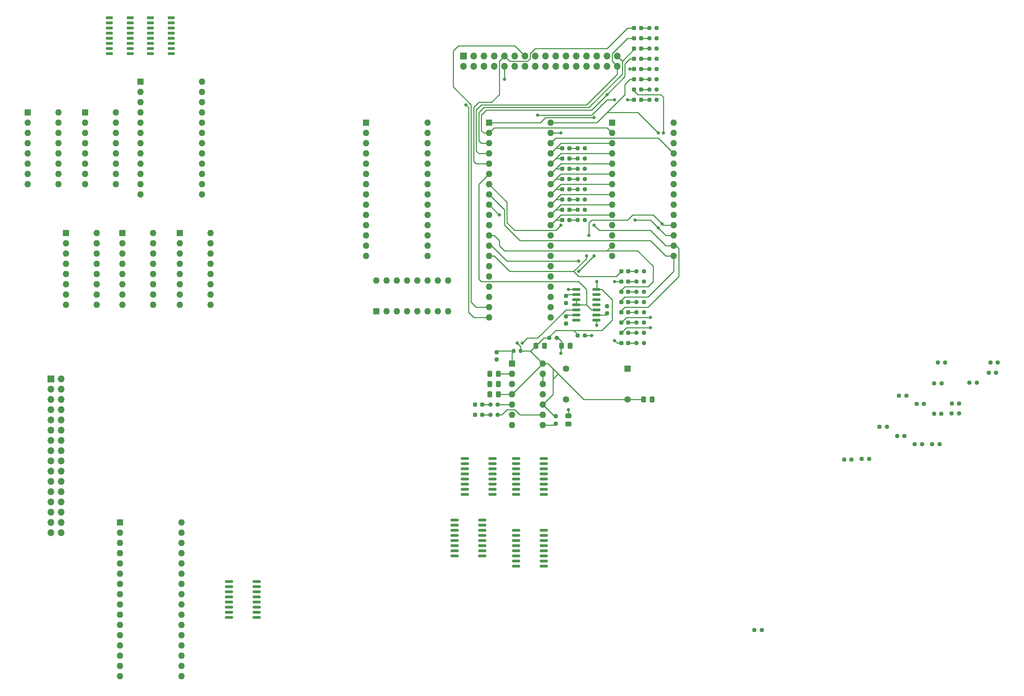
<source format=gbr>
%TF.GenerationSoftware,KiCad,Pcbnew,(6.0.4)*%
%TF.CreationDate,2022-04-27T21:45:15+02:00*%
%TF.ProjectId,z80,7a38302e-6b69-4636-9164-5f7063625858,rev?*%
%TF.SameCoordinates,Original*%
%TF.FileFunction,Copper,L1,Top*%
%TF.FilePolarity,Positive*%
%FSLAX46Y46*%
G04 Gerber Fmt 4.6, Leading zero omitted, Abs format (unit mm)*
G04 Created by KiCad (PCBNEW (6.0.4)) date 2022-04-27 21:45:15*
%MOMM*%
%LPD*%
G01*
G04 APERTURE LIST*
G04 Aperture macros list*
%AMRoundRect*
0 Rectangle with rounded corners*
0 $1 Rounding radius*
0 $2 $3 $4 $5 $6 $7 $8 $9 X,Y pos of 4 corners*
0 Add a 4 corners polygon primitive as box body*
4,1,4,$2,$3,$4,$5,$6,$7,$8,$9,$2,$3,0*
0 Add four circle primitives for the rounded corners*
1,1,$1+$1,$2,$3*
1,1,$1+$1,$4,$5*
1,1,$1+$1,$6,$7*
1,1,$1+$1,$8,$9*
0 Add four rect primitives between the rounded corners*
20,1,$1+$1,$2,$3,$4,$5,0*
20,1,$1+$1,$4,$5,$6,$7,0*
20,1,$1+$1,$6,$7,$8,$9,0*
20,1,$1+$1,$8,$9,$2,$3,0*%
G04 Aperture macros list end*
%TA.AperFunction,SMDPad,CuDef*%
%ADD10RoundRect,0.237500X0.237500X-0.250000X0.237500X0.250000X-0.237500X0.250000X-0.237500X-0.250000X0*%
%TD*%
%TA.AperFunction,SMDPad,CuDef*%
%ADD11RoundRect,0.237500X-0.250000X-0.237500X0.250000X-0.237500X0.250000X0.237500X-0.250000X0.237500X0*%
%TD*%
%TA.AperFunction,SMDPad,CuDef*%
%ADD12RoundRect,0.250000X0.337500X0.475000X-0.337500X0.475000X-0.337500X-0.475000X0.337500X-0.475000X0*%
%TD*%
%TA.AperFunction,SMDPad,CuDef*%
%ADD13RoundRect,0.237500X0.287500X0.237500X-0.287500X0.237500X-0.287500X-0.237500X0.287500X-0.237500X0*%
%TD*%
%TA.AperFunction,SMDPad,CuDef*%
%ADD14RoundRect,0.150000X-0.837500X-0.150000X0.837500X-0.150000X0.837500X0.150000X-0.837500X0.150000X0*%
%TD*%
%TA.AperFunction,SMDPad,CuDef*%
%ADD15RoundRect,0.237500X0.250000X0.237500X-0.250000X0.237500X-0.250000X-0.237500X0.250000X-0.237500X0*%
%TD*%
%TA.AperFunction,SMDPad,CuDef*%
%ADD16RoundRect,0.237500X-0.237500X0.250000X-0.237500X-0.250000X0.237500X-0.250000X0.237500X0.250000X0*%
%TD*%
%TA.AperFunction,ComponentPad*%
%ADD17R,1.600000X1.600000*%
%TD*%
%TA.AperFunction,ComponentPad*%
%ADD18O,1.600000X1.600000*%
%TD*%
%TA.AperFunction,SMDPad,CuDef*%
%ADD19RoundRect,0.250000X-0.337500X-0.475000X0.337500X-0.475000X0.337500X0.475000X-0.337500X0.475000X0*%
%TD*%
%TA.AperFunction,SMDPad,CuDef*%
%ADD20RoundRect,0.200000X0.200000X0.275000X-0.200000X0.275000X-0.200000X-0.275000X0.200000X-0.275000X0*%
%TD*%
%TA.AperFunction,SMDPad,CuDef*%
%ADD21RoundRect,0.237500X-0.287500X-0.237500X0.287500X-0.237500X0.287500X0.237500X-0.287500X0.237500X0*%
%TD*%
%TA.AperFunction,ComponentPad*%
%ADD22R,1.700000X1.700000*%
%TD*%
%TA.AperFunction,ComponentPad*%
%ADD23O,1.700000X1.700000*%
%TD*%
%TA.AperFunction,SMDPad,CuDef*%
%ADD24RoundRect,0.150000X-0.725000X-0.150000X0.725000X-0.150000X0.725000X0.150000X-0.725000X0.150000X0*%
%TD*%
%TA.AperFunction,ComponentPad*%
%ADD25C,1.600000*%
%TD*%
%TA.AperFunction,SMDPad,CuDef*%
%ADD26RoundRect,0.250000X-0.475000X0.337500X-0.475000X-0.337500X0.475000X-0.337500X0.475000X0.337500X0*%
%TD*%
%TA.AperFunction,SMDPad,CuDef*%
%ADD27RoundRect,0.150000X-0.825000X-0.150000X0.825000X-0.150000X0.825000X0.150000X-0.825000X0.150000X0*%
%TD*%
%TA.AperFunction,ViaPad*%
%ADD28C,0.800000*%
%TD*%
%TA.AperFunction,Conductor*%
%ADD29C,0.250000*%
%TD*%
G04 APERTURE END LIST*
D10*
%TO.P,R7,1*%
%TO.N,Net-(R7-Pad1)*%
X133985000Y-110767500D03*
%TO.P,R7,2*%
%TO.N,Net-(CLK1-Pad1)*%
X133985000Y-108942500D03*
%TD*%
D11*
%TO.P,R42,1*%
%TO.N,GND*%
X242382500Y-116690000D03*
%TO.P,R42,2*%
%TO.N,Net-(R42-Pad2)*%
X244207500Y-116690000D03*
%TD*%
D12*
%TO.P,C7,1*%
%TO.N,GND*%
X152167500Y-107315000D03*
%TO.P,C7,2*%
%TO.N,Net-(C7-Pad2)*%
X150092500Y-107315000D03*
%TD*%
D13*
%TO.P,D15,1,K*%
%TO.N,Net-(D15-Pad1)*%
X169785000Y-36195000D03*
%TO.P,D15,2,A*%
%TO.N,A12*%
X168035000Y-36195000D03*
%TD*%
%TO.P,D23,1,K*%
%TO.N,Net-(D23-Pad1)*%
X166610000Y-99060000D03*
%TO.P,D23,2,A*%
%TO.N,D4*%
X164860000Y-99060000D03*
%TD*%
D14*
%TO.P,U24,1,~{Mr}*%
%TO.N,Net-(R49-Pad1)*%
X123537500Y-150495000D03*
%TO.P,U24,2,Q0*%
%TO.N,Out0*%
X123537500Y-151765000D03*
%TO.P,U24,3,D0*%
%TO.N,Net-(R48-Pad2)*%
X123537500Y-153035000D03*
%TO.P,U24,4,D1*%
%TO.N,Net-(R46-Pad2)*%
X123537500Y-154305000D03*
%TO.P,U24,5,Q1*%
%TO.N,Out1*%
X123537500Y-155575000D03*
%TO.P,U24,6,D2*%
%TO.N,Net-(R44-Pad2)*%
X123537500Y-156845000D03*
%TO.P,U24,7,Q2*%
%TO.N,Out2*%
X123537500Y-158115000D03*
%TO.P,U24,8,GND*%
%TO.N,GND*%
X123537500Y-159385000D03*
%TO.P,U24,9,Cp*%
%TO.N,/Clk*%
X130462500Y-159385000D03*
%TO.P,U24,10,Q3*%
%TO.N,Out3*%
X130462500Y-158115000D03*
%TO.P,U24,11,D3*%
%TO.N,Net-(R45-Pad2)*%
X130462500Y-156845000D03*
%TO.P,U24,12,Q4*%
%TO.N,unconnected-(U24-Pad12)*%
X130462500Y-155575000D03*
%TO.P,U24,13,D4*%
%TO.N,GND*%
X130462500Y-154305000D03*
%TO.P,U24,14,D5*%
X130462500Y-153035000D03*
%TO.P,U24,15,Q5*%
%TO.N,unconnected-(U24-Pad15)*%
X130462500Y-151765000D03*
%TO.P,U24,16,VCC*%
%TO.N,+5V*%
X130462500Y-150495000D03*
%TD*%
D13*
%TO.P,D21,1,K*%
%TO.N,Net-(D21-Pad1)*%
X166610000Y-93980000D03*
%TO.P,D21,2,A*%
%TO.N,D2*%
X164860000Y-93980000D03*
%TD*%
%TO.P,D5,1,K*%
%TO.N,Net-(D5-Pad1)*%
X152005000Y-71120000D03*
%TO.P,D5,2,A*%
%TO.N,A2*%
X150255000Y-71120000D03*
%TD*%
D15*
%TO.P,R32,1*%
%TO.N,GND*%
X170457500Y-99060000D03*
%TO.P,R32,2*%
%TO.N,Net-(D23-Pad1)*%
X168632500Y-99060000D03*
%TD*%
%TO.P,R14,1*%
%TO.N,GND*%
X155852500Y-71120000D03*
%TO.P,R14,2*%
%TO.N,Net-(D5-Pad1)*%
X154027500Y-71120000D03*
%TD*%
D11*
%TO.P,R9,1*%
%TO.N,Net-(D1-Pad2)*%
X132437500Y-121920000D03*
%TO.P,R9,2*%
%TO.N,/AdjClk*%
X134262500Y-121920000D03*
%TD*%
%TO.P,R49,1*%
%TO.N,Net-(R49-Pad1)*%
X246732500Y-121630000D03*
%TO.P,R49,2*%
%TO.N,Reset*%
X248557500Y-121630000D03*
%TD*%
D13*
%TO.P,D20,1,K*%
%TO.N,Net-(D20-Pad1)*%
X166610000Y-91440000D03*
%TO.P,D20,2,A*%
%TO.N,D1*%
X164860000Y-91440000D03*
%TD*%
D16*
%TO.P,R5,1*%
%TO.N,GND*%
X161290000Y-97512500D03*
%TO.P,R5,2*%
%TO.N,Net-(R5-Pad2)*%
X161290000Y-99337500D03*
%TD*%
D17*
%TO.P,CPU1,1,A11*%
%TO.N,A11*%
X132075000Y-52075000D03*
D18*
%TO.P,CPU1,2,A12*%
%TO.N,A12*%
X132075000Y-54615000D03*
%TO.P,CPU1,3,A13*%
%TO.N,A13*%
X132075000Y-57155000D03*
%TO.P,CPU1,4,A14*%
%TO.N,A14*%
X132075000Y-59695000D03*
%TO.P,CPU1,5,A15*%
%TO.N,A15*%
X132075000Y-62235000D03*
%TO.P,CPU1,6,~{CLK}*%
%TO.N,Clock*%
X132075000Y-64775000D03*
%TO.P,CPU1,7,D4*%
%TO.N,D4*%
X132075000Y-67315000D03*
%TO.P,CPU1,8,D3*%
%TO.N,D3*%
X132075000Y-69855000D03*
%TO.P,CPU1,9,D5*%
%TO.N,D5*%
X132075000Y-72395000D03*
%TO.P,CPU1,10,D6*%
%TO.N,D6*%
X132075000Y-74935000D03*
%TO.P,CPU1,11,VCC*%
%TO.N,+5V*%
X132075000Y-77475000D03*
%TO.P,CPU1,12,D2*%
%TO.N,D2*%
X132075000Y-80015000D03*
%TO.P,CPU1,13,D7*%
%TO.N,D7*%
X132075000Y-82555000D03*
%TO.P,CPU1,14,D0*%
%TO.N,D0*%
X132075000Y-85095000D03*
%TO.P,CPU1,15,D1*%
%TO.N,D1*%
X132075000Y-87635000D03*
%TO.P,CPU1,16,~{INT}*%
%TO.N,/INT*%
X132075000Y-90175000D03*
%TO.P,CPU1,17,~{NMI}*%
%TO.N,/NMI*%
X132075000Y-92715000D03*
%TO.P,CPU1,18,~{HALT}*%
%TO.N,unconnected-(CPU1-Pad18)*%
X132075000Y-95255000D03*
%TO.P,CPU1,19,~{MREQ}*%
%TO.N,/MREQ*%
X132075000Y-97795000D03*
%TO.P,CPU1,20,~{IORQ}*%
%TO.N,/IORQ*%
X132075000Y-100335000D03*
%TO.P,CPU1,21,~{RD}*%
%TO.N,RD*%
X147315000Y-100335000D03*
%TO.P,CPU1,22,~{WR}*%
%TO.N,WR*%
X147315000Y-97795000D03*
%TO.P,CPU1,23,~{BUSACK}*%
%TO.N,unconnected-(CPU1-Pad23)*%
X147315000Y-95255000D03*
%TO.P,CPU1,24,~{WAIT}*%
%TO.N,unconnected-(CPU1-Pad24)*%
X147315000Y-92715000D03*
%TO.P,CPU1,25,~{BUSRQ}*%
%TO.N,unconnected-(CPU1-Pad25)*%
X147315000Y-90175000D03*
%TO.P,CPU1,26,~{RESET}*%
%TO.N,Net-(CPU1-Pad26)*%
X147315000Y-87635000D03*
%TO.P,CPU1,27,~{M1}*%
%TO.N,unconnected-(CPU1-Pad27)*%
X147315000Y-85095000D03*
%TO.P,CPU1,28,~{RFSH}*%
%TO.N,unconnected-(CPU1-Pad28)*%
X147315000Y-82555000D03*
%TO.P,CPU1,29,GND*%
%TO.N,GND*%
X147315000Y-80015000D03*
%TO.P,CPU1,30,A0*%
%TO.N,A0*%
X147315000Y-77475000D03*
%TO.P,CPU1,31,A1*%
%TO.N,A1*%
X147315000Y-74935000D03*
%TO.P,CPU1,32,A2*%
%TO.N,A2*%
X147315000Y-72395000D03*
%TO.P,CPU1,33,A3*%
%TO.N,A3*%
X147315000Y-69855000D03*
%TO.P,CPU1,34,A4*%
%TO.N,A4*%
X147315000Y-67315000D03*
%TO.P,CPU1,35,A5*%
%TO.N,A5*%
X147315000Y-64775000D03*
%TO.P,CPU1,36,A6*%
%TO.N,A6*%
X147315000Y-62235000D03*
%TO.P,CPU1,37,A7*%
%TO.N,A7*%
X147315000Y-59695000D03*
%TO.P,CPU1,38,A8*%
%TO.N,A8*%
X147315000Y-57155000D03*
%TO.P,CPU1,39,A9*%
%TO.N,A9*%
X147315000Y-54615000D03*
%TO.P,CPU1,40,A10*%
%TO.N,A10*%
X147315000Y-52075000D03*
%TD*%
D15*
%TO.P,R23,1*%
%TO.N,GND*%
X173632500Y-38735000D03*
%TO.P,R23,2*%
%TO.N,Net-(D14-Pad1)*%
X171807500Y-38735000D03*
%TD*%
D13*
%TO.P,D19,1,K*%
%TO.N,Net-(D19-Pad1)*%
X166610000Y-88900000D03*
%TO.P,D19,2,A*%
%TO.N,D0*%
X164860000Y-88900000D03*
%TD*%
D15*
%TO.P,R19,1*%
%TO.N,GND*%
X155852500Y-58420000D03*
%TO.P,R19,2*%
%TO.N,Net-(D10-Pad1)*%
X154027500Y-58420000D03*
%TD*%
D13*
%TO.P,D16,1,K*%
%TO.N,Net-(D16-Pad1)*%
X169785000Y-33655000D03*
%TO.P,D16,2,A*%
%TO.N,A13*%
X168035000Y-33655000D03*
%TD*%
%TO.P,D6,1,K*%
%TO.N,Net-(D6-Pad1)*%
X152005000Y-68580000D03*
%TO.P,D6,2,A*%
%TO.N,A3*%
X150255000Y-68580000D03*
%TD*%
D14*
%TO.P,U14,1,~{Mr}*%
%TO.N,Net-(R36-Pad1)*%
X126077500Y-135255000D03*
%TO.P,U14,2,Q0*%
%TO.N,Net-(R38-Pad2)*%
X126077500Y-136525000D03*
%TO.P,U14,3,D0*%
%TO.N,Net-(R37-Pad2)*%
X126077500Y-137795000D03*
%TO.P,U14,4,D1*%
%TO.N,unconnected-(U14-Pad4)*%
X126077500Y-139065000D03*
%TO.P,U14,5,Q1*%
%TO.N,unconnected-(U14-Pad5)*%
X126077500Y-140335000D03*
%TO.P,U14,6,D2*%
%TO.N,unconnected-(U14-Pad6)*%
X126077500Y-141605000D03*
%TO.P,U14,7,Q2*%
%TO.N,unconnected-(U14-Pad7)*%
X126077500Y-142875000D03*
%TO.P,U14,8,GND*%
%TO.N,GND*%
X126077500Y-144145000D03*
%TO.P,U14,9,Cp*%
%TO.N,Net-(U11-Pad3)*%
X133002500Y-144145000D03*
%TO.P,U14,10,Q3*%
%TO.N,unconnected-(U14-Pad10)*%
X133002500Y-142875000D03*
%TO.P,U14,11,D3*%
%TO.N,unconnected-(U14-Pad11)*%
X133002500Y-141605000D03*
%TO.P,U14,12,Q4*%
%TO.N,unconnected-(U14-Pad12)*%
X133002500Y-140335000D03*
%TO.P,U14,13,D4*%
%TO.N,unconnected-(U14-Pad13)*%
X133002500Y-139065000D03*
%TO.P,U14,14,D5*%
%TO.N,unconnected-(U14-Pad14)*%
X133002500Y-137795000D03*
%TO.P,U14,15,Q5*%
%TO.N,unconnected-(U14-Pad15)*%
X133002500Y-136525000D03*
%TO.P,U14,16,VCC*%
%TO.N,+5V*%
X133002500Y-135255000D03*
%TD*%
%TO.P,U15,1,~{Mr}*%
%TO.N,Net-(R39-Pad1)*%
X138777500Y-135255000D03*
%TO.P,U15,2,Q0*%
%TO.N,/Clk*%
X138777500Y-136525000D03*
%TO.P,U15,3,D0*%
%TO.N,Net-(R38-Pad2)*%
X138777500Y-137795000D03*
%TO.P,U15,4,D1*%
%TO.N,unconnected-(U15-Pad4)*%
X138777500Y-139065000D03*
%TO.P,U15,5,Q1*%
%TO.N,unconnected-(U15-Pad5)*%
X138777500Y-140335000D03*
%TO.P,U15,6,D2*%
%TO.N,unconnected-(U15-Pad6)*%
X138777500Y-141605000D03*
%TO.P,U15,7,Q2*%
%TO.N,unconnected-(U15-Pad7)*%
X138777500Y-142875000D03*
%TO.P,U15,8,GND*%
%TO.N,GND*%
X138777500Y-144145000D03*
%TO.P,U15,9,Cp*%
%TO.N,Net-(U11-Pad4)*%
X145702500Y-144145000D03*
%TO.P,U15,10,Q3*%
%TO.N,unconnected-(U15-Pad10)*%
X145702500Y-142875000D03*
%TO.P,U15,11,D3*%
%TO.N,unconnected-(U15-Pad11)*%
X145702500Y-141605000D03*
%TO.P,U15,12,Q4*%
%TO.N,unconnected-(U15-Pad12)*%
X145702500Y-140335000D03*
%TO.P,U15,13,D4*%
%TO.N,unconnected-(U15-Pad13)*%
X145702500Y-139065000D03*
%TO.P,U15,14,D5*%
%TO.N,unconnected-(U15-Pad14)*%
X145702500Y-137795000D03*
%TO.P,U15,15,Q5*%
%TO.N,unconnected-(U15-Pad15)*%
X145702500Y-136525000D03*
%TO.P,U15,16,VCC*%
%TO.N,+5V*%
X145702500Y-135255000D03*
%TD*%
D13*
%TO.P,D8,1,K*%
%TO.N,Net-(D8-Pad1)*%
X152005000Y-63500000D03*
%TO.P,D8,2,A*%
%TO.N,A5*%
X150255000Y-63500000D03*
%TD*%
D11*
%TO.P,R44,1*%
%TO.N,GND*%
X251082500Y-116530000D03*
%TO.P,R44,2*%
%TO.N,Net-(R44-Pad2)*%
X252907500Y-116530000D03*
%TD*%
D13*
%TO.P,D22,1,K*%
%TO.N,Net-(D22-Pad1)*%
X166610000Y-96520000D03*
%TO.P,D22,2,A*%
%TO.N,D3*%
X164860000Y-96520000D03*
%TD*%
D11*
%TO.P,R11,1*%
%TO.N,/RST*%
X255892500Y-114020000D03*
%TO.P,R11,2*%
%TO.N,Net-(CPU1-Pad26)*%
X257717500Y-114020000D03*
%TD*%
%TO.P,R38,1*%
%TO.N,GND*%
X224402500Y-135420000D03*
%TO.P,R38,2*%
%TO.N,Net-(R38-Pad2)*%
X226227500Y-135420000D03*
%TD*%
D12*
%TO.P,C5,1*%
%TO.N,Net-(C5-Pad1)*%
X134387500Y-116840000D03*
%TO.P,C5,2*%
%TO.N,GND*%
X132312500Y-116840000D03*
%TD*%
D15*
%TO.P,R26,1*%
%TO.N,GND*%
X173632500Y-31115000D03*
%TO.P,R26,2*%
%TO.N,Net-(D17-Pad1)*%
X171807500Y-31115000D03*
%TD*%
D17*
%TO.P,SW9,1*%
%TO.N,A0*%
X27305000Y-79375000D03*
D18*
%TO.P,SW9,2*%
%TO.N,A1*%
X27305000Y-81915000D03*
%TO.P,SW9,3*%
%TO.N,A2*%
X27305000Y-84455000D03*
%TO.P,SW9,4*%
%TO.N,A3*%
X27305000Y-86995000D03*
%TO.P,SW9,5*%
%TO.N,A4*%
X27305000Y-89535000D03*
%TO.P,SW9,6*%
%TO.N,A5*%
X27305000Y-92075000D03*
%TO.P,SW9,7*%
%TO.N,A6*%
X27305000Y-94615000D03*
%TO.P,SW9,8*%
%TO.N,A7*%
X27305000Y-97155000D03*
%TO.P,SW9,9*%
%TO.N,PA7*%
X34925000Y-97155000D03*
%TO.P,SW9,10*%
%TO.N,PA6*%
X34925000Y-94615000D03*
%TO.P,SW9,11*%
%TO.N,PA5*%
X34925000Y-92075000D03*
%TO.P,SW9,12*%
%TO.N,PA4*%
X34925000Y-89535000D03*
%TO.P,SW9,13*%
%TO.N,PA3*%
X34925000Y-86995000D03*
%TO.P,SW9,14*%
%TO.N,PA2*%
X34925000Y-84455000D03*
%TO.P,SW9,15*%
%TO.N,PA1*%
X34925000Y-81915000D03*
%TO.P,SW9,16*%
%TO.N,PA0*%
X34925000Y-79375000D03*
%TD*%
D17*
%TO.P,RAM1,1,A14*%
%TO.N,GND*%
X162555000Y-52055000D03*
D18*
%TO.P,RAM1,2,A12*%
%TO.N,A12*%
X162555000Y-54595000D03*
%TO.P,RAM1,3,A7*%
%TO.N,A7*%
X162555000Y-57135000D03*
%TO.P,RAM1,4,A6*%
%TO.N,A6*%
X162555000Y-59675000D03*
%TO.P,RAM1,5,A5*%
%TO.N,A5*%
X162555000Y-62215000D03*
%TO.P,RAM1,6,A4*%
%TO.N,A4*%
X162555000Y-64755000D03*
%TO.P,RAM1,7,A3*%
%TO.N,A3*%
X162555000Y-67295000D03*
%TO.P,RAM1,8,A2*%
%TO.N,A2*%
X162555000Y-69835000D03*
%TO.P,RAM1,9,A1*%
%TO.N,A1*%
X162555000Y-72375000D03*
%TO.P,RAM1,10,A0*%
%TO.N,A0*%
X162555000Y-74915000D03*
%TO.P,RAM1,11,Q0*%
%TO.N,D0*%
X162555000Y-77455000D03*
%TO.P,RAM1,12,Q1*%
%TO.N,D1*%
X162555000Y-79995000D03*
%TO.P,RAM1,13,Q2*%
%TO.N,D2*%
X162555000Y-82535000D03*
%TO.P,RAM1,14,GND*%
%TO.N,GND*%
X162555000Y-85075000D03*
%TO.P,RAM1,15,Q3*%
%TO.N,D3*%
X177795000Y-85075000D03*
%TO.P,RAM1,16,Q4*%
%TO.N,D4*%
X177795000Y-82535000D03*
%TO.P,RAM1,17,Q5*%
%TO.N,D5*%
X177795000Y-79995000D03*
%TO.P,RAM1,18,Q6*%
%TO.N,D6*%
X177795000Y-77455000D03*
%TO.P,RAM1,19,Q7*%
%TO.N,D7*%
X177795000Y-74915000D03*
%TO.P,RAM1,20,~{CS}*%
%TO.N,Net-(RAM1-Pad20)*%
X177795000Y-72375000D03*
%TO.P,RAM1,21,A10*%
%TO.N,A10*%
X177795000Y-69835000D03*
%TO.P,RAM1,22,~{OE}*%
%TO.N,RD*%
X177795000Y-67295000D03*
%TO.P,RAM1,23,A11*%
%TO.N,A11*%
X177795000Y-64755000D03*
%TO.P,RAM1,24,A9*%
%TO.N,A9*%
X177795000Y-62215000D03*
%TO.P,RAM1,25,A8*%
%TO.N,A8*%
X177795000Y-59675000D03*
%TO.P,RAM1,26,A13*%
%TO.N,GND*%
X177795000Y-57135000D03*
%TO.P,RAM1,27,~{WE}*%
%TO.N,WR*%
X177795000Y-54595000D03*
%TO.P,RAM1,28,VCC*%
%TO.N,+5V*%
X177795000Y-52055000D03*
%TD*%
D13*
%TO.P,D9,1,K*%
%TO.N,Net-(D9-Pad1)*%
X152005000Y-60960000D03*
%TO.P,D9,2,A*%
%TO.N,A6*%
X150255000Y-60960000D03*
%TD*%
D11*
%TO.P,R40,1*%
%TO.N,Net-(R40-Pad1)*%
X237532500Y-131750000D03*
%TO.P,R40,2*%
%TO.N,/RST*%
X239357500Y-131750000D03*
%TD*%
D15*
%TO.P,R33,1*%
%TO.N,GND*%
X170457500Y-101600000D03*
%TO.P,R33,2*%
%TO.N,Net-(D24-Pad1)*%
X168632500Y-101600000D03*
%TD*%
D17*
%TO.P,SW10,1*%
%TO.N,Net-(A1-Pad24)*%
X55475000Y-79375000D03*
D18*
%TO.P,SW10,2*%
%TO.N,Net-(A1-Pad23)*%
X55475000Y-81915000D03*
%TO.P,SW10,3*%
%TO.N,Net-(A1-Pad22)*%
X55475000Y-84455000D03*
%TO.P,SW10,4*%
%TO.N,Net-(A1-Pad21)*%
X55475000Y-86995000D03*
%TO.P,SW10,5*%
%TO.N,Net-(A1-Pad20)*%
X55475000Y-89535000D03*
%TO.P,SW10,6*%
%TO.N,Net-(A1-Pad19)*%
X55475000Y-92075000D03*
%TO.P,SW10,7*%
%TO.N,Net-(A1-Pad18)*%
X55475000Y-94615000D03*
%TO.P,SW10,8*%
%TO.N,Net-(A1-Pad17)*%
X55475000Y-97155000D03*
%TO.P,SW10,9*%
%TO.N,PD7*%
X63095000Y-97155000D03*
%TO.P,SW10,10*%
%TO.N,PD6*%
X63095000Y-94615000D03*
%TO.P,SW10,11*%
%TO.N,PD5*%
X63095000Y-92075000D03*
%TO.P,SW10,12*%
%TO.N,PD4*%
X63095000Y-89535000D03*
%TO.P,SW10,13*%
%TO.N,PD3*%
X63095000Y-86995000D03*
%TO.P,SW10,14*%
%TO.N,PD2*%
X63095000Y-84455000D03*
%TO.P,SW10,15*%
%TO.N,PD1*%
X63095000Y-81915000D03*
%TO.P,SW10,16*%
%TO.N,PD0*%
X63095000Y-79375000D03*
%TD*%
D15*
%TO.P,R10,1*%
%TO.N,/ManClk*%
X134262500Y-124460000D03*
%TO.P,R10,2*%
%TO.N,Net-(D2-Pad2)*%
X132437500Y-124460000D03*
%TD*%
D14*
%TO.P,U25,1,~{Mr}*%
%TO.N,Net-(R51-Pad1)*%
X138777500Y-153035000D03*
%TO.P,U25,2,Q0*%
%TO.N,Out4*%
X138777500Y-154305000D03*
%TO.P,U25,3,D0*%
%TO.N,Net-(R50-Pad2)*%
X138777500Y-155575000D03*
%TO.P,U25,4,D1*%
%TO.N,Net-(R47-Pad2)*%
X138777500Y-156845000D03*
%TO.P,U25,5,Q1*%
%TO.N,Out5*%
X138777500Y-158115000D03*
%TO.P,U25,6,D2*%
%TO.N,Net-(R43-Pad2)*%
X138777500Y-159385000D03*
%TO.P,U25,7,Q2*%
%TO.N,Out6*%
X138777500Y-160655000D03*
%TO.P,U25,8,GND*%
%TO.N,GND*%
X138777500Y-161925000D03*
%TO.P,U25,9,Cp*%
%TO.N,/Clk*%
X145702500Y-161925000D03*
%TO.P,U25,10,Q3*%
%TO.N,Out7*%
X145702500Y-160655000D03*
%TO.P,U25,11,D3*%
%TO.N,Net-(R42-Pad2)*%
X145702500Y-159385000D03*
%TO.P,U25,12,Q4*%
%TO.N,unconnected-(U25-Pad12)*%
X145702500Y-158115000D03*
%TO.P,U25,13,D4*%
%TO.N,GND*%
X145702500Y-156845000D03*
%TO.P,U25,14,D5*%
X145702500Y-155575000D03*
%TO.P,U25,15,Q5*%
%TO.N,unconnected-(U25-Pad15)*%
X145702500Y-154305000D03*
%TO.P,U25,16,VCC*%
%TO.N,+5V*%
X145702500Y-153035000D03*
%TD*%
D13*
%TO.P,D18,1,K*%
%TO.N,Net-(D18-Pad1)*%
X169785000Y-28575000D03*
%TO.P,D18,2,A*%
%TO.N,A15*%
X168035000Y-28575000D03*
%TD*%
D15*
%TO.P,R15,1*%
%TO.N,GND*%
X155852500Y-68580000D03*
%TO.P,R15,2*%
%TO.N,Net-(D6-Pad1)*%
X154027500Y-68580000D03*
%TD*%
D17*
%TO.P,ROM1,1,NC*%
%TO.N,unconnected-(ROM1-Pad1)*%
X101595000Y-52055000D03*
D18*
%TO.P,ROM1,2,A12*%
%TO.N,PA12*%
X101595000Y-54595000D03*
%TO.P,ROM1,3,A7*%
%TO.N,PA7*%
X101595000Y-57135000D03*
%TO.P,ROM1,4,A6*%
%TO.N,PA6*%
X101595000Y-59675000D03*
%TO.P,ROM1,5,A5*%
%TO.N,PA5*%
X101595000Y-62215000D03*
%TO.P,ROM1,6,A4*%
%TO.N,PA4*%
X101595000Y-64755000D03*
%TO.P,ROM1,7,A3*%
%TO.N,PA3*%
X101595000Y-67295000D03*
%TO.P,ROM1,8,A2*%
%TO.N,PA2*%
X101595000Y-69835000D03*
%TO.P,ROM1,9,A1*%
%TO.N,PA1*%
X101595000Y-72375000D03*
%TO.P,ROM1,10,A0*%
%TO.N,PA0*%
X101595000Y-74915000D03*
%TO.P,ROM1,11,I/O0*%
%TO.N,PD0*%
X101595000Y-77455000D03*
%TO.P,ROM1,12,I/O1*%
%TO.N,PD1*%
X101595000Y-79995000D03*
%TO.P,ROM1,13,I/O2*%
%TO.N,PD2*%
X101595000Y-82535000D03*
%TO.P,ROM1,14,GND*%
%TO.N,GND*%
X101595000Y-85075000D03*
%TO.P,ROM1,15,I/O3*%
%TO.N,PD3*%
X116835000Y-85075000D03*
%TO.P,ROM1,16,I/O4*%
%TO.N,PD4*%
X116835000Y-82535000D03*
%TO.P,ROM1,17,I/O5*%
%TO.N,PD5*%
X116835000Y-79995000D03*
%TO.P,ROM1,18,I/O6*%
%TO.N,PD6*%
X116835000Y-77455000D03*
%TO.P,ROM1,19,I/O7*%
%TO.N,PD7*%
X116835000Y-74915000D03*
%TO.P,ROM1,20,\u002ACE*%
%TO.N,Net-(ROM1-Pad20)*%
X116835000Y-72375000D03*
%TO.P,ROM1,21,A10*%
%TO.N,PA10*%
X116835000Y-69835000D03*
%TO.P,ROM1,22,\u002AOE*%
%TO.N,PRD*%
X116835000Y-67295000D03*
%TO.P,ROM1,23,A11*%
%TO.N,PA11*%
X116835000Y-64755000D03*
%TO.P,ROM1,24,A9*%
%TO.N,PA9*%
X116835000Y-62215000D03*
%TO.P,ROM1,25,A8*%
%TO.N,PA8*%
X116835000Y-59675000D03*
%TO.P,ROM1,26,NC*%
%TO.N,unconnected-(ROM1-Pad26)*%
X116835000Y-57135000D03*
%TO.P,ROM1,27,\u002AWE*%
%TO.N,PWR*%
X116835000Y-54595000D03*
%TO.P,ROM1,28,VCC*%
%TO.N,+5V*%
X116835000Y-52055000D03*
%TD*%
D13*
%TO.P,D26,1,K*%
%TO.N,Net-(D26-Pad1)*%
X166610000Y-106680000D03*
%TO.P,D26,2,A*%
%TO.N,D7*%
X164860000Y-106680000D03*
%TD*%
D15*
%TO.P,R31,1*%
%TO.N,GND*%
X170457500Y-96520000D03*
%TO.P,R31,2*%
%TO.N,Net-(D22-Pad1)*%
X168632500Y-96520000D03*
%TD*%
D19*
%TO.P,C4,1*%
%TO.N,GND*%
X132312500Y-119380000D03*
%TO.P,C4,2*%
%TO.N,+5V*%
X134387500Y-119380000D03*
%TD*%
D20*
%TO.P,R6,1*%
%TO.N,+5V*%
X139890000Y-108585000D03*
%TO.P,R6,2*%
%TO.N,Net-(CLK1-Pad1)*%
X138240000Y-108585000D03*
%TD*%
D11*
%TO.P,R37,1*%
%TO.N,GND*%
X256312500Y-111510000D03*
%TO.P,R37,2*%
%TO.N,Net-(R37-Pad2)*%
X258137500Y-111510000D03*
%TD*%
D10*
%TO.P,R4,1*%
%TO.N,GND*%
X151130000Y-101877500D03*
%TO.P,R4,2*%
%TO.N,Net-(R4-Pad2)*%
X151130000Y-100052500D03*
%TD*%
D21*
%TO.P,D1,1,K*%
%TO.N,GND*%
X128665000Y-121920000D03*
%TO.P,D1,2,A*%
%TO.N,Net-(D1-Pad2)*%
X130415000Y-121920000D03*
%TD*%
D15*
%TO.P,R12,1*%
%TO.N,GND*%
X155852500Y-76200000D03*
%TO.P,R12,2*%
%TO.N,Net-(D3-Pad1)*%
X154027500Y-76200000D03*
%TD*%
D11*
%TO.P,R46,1*%
%TO.N,GND*%
X233642500Y-119700000D03*
%TO.P,R46,2*%
%TO.N,Net-(R46-Pad2)*%
X235467500Y-119700000D03*
%TD*%
D15*
%TO.P,R18,1*%
%TO.N,GND*%
X155852500Y-60960000D03*
%TO.P,R18,2*%
%TO.N,Net-(D9-Pad1)*%
X154027500Y-60960000D03*
%TD*%
D11*
%TO.P,R51,1*%
%TO.N,Net-(R51-Pad1)*%
X246692500Y-124140000D03*
%TO.P,R51,2*%
%TO.N,Reset*%
X248517500Y-124140000D03*
%TD*%
D15*
%TO.P,R16,1*%
%TO.N,GND*%
X155852500Y-66040000D03*
%TO.P,R16,2*%
%TO.N,Net-(D7-Pad1)*%
X154027500Y-66040000D03*
%TD*%
D22*
%TO.P,J1,1,Pin_1*%
%TO.N,D7*%
X125725000Y-35560000D03*
D23*
%TO.P,J1,2,Pin_2*%
%TO.N,D6*%
X125725000Y-38100000D03*
%TO.P,J1,3,Pin_3*%
%TO.N,D5*%
X128265000Y-35560000D03*
%TO.P,J1,4,Pin_4*%
%TO.N,D4*%
X128265000Y-38100000D03*
%TO.P,J1,5,Pin_5*%
%TO.N,D3*%
X130805000Y-35560000D03*
%TO.P,J1,6,Pin_6*%
%TO.N,D2*%
X130805000Y-38100000D03*
%TO.P,J1,7,Pin_7*%
%TO.N,D1*%
X133345000Y-35560000D03*
%TO.P,J1,8,Pin_8*%
%TO.N,D0*%
X133345000Y-38100000D03*
%TO.P,J1,9,Pin_9*%
%TO.N,A15*%
X135885000Y-35560000D03*
%TO.P,J1,10,Pin_10*%
%TO.N,+5V*%
X135885000Y-38100000D03*
%TO.P,J1,11,Pin_11*%
%TO.N,/RST*%
X138425000Y-35560000D03*
%TO.P,J1,12,Pin_12*%
%TO.N,/IORQ*%
X138425000Y-38100000D03*
%TO.P,J1,13,Pin_13*%
%TO.N,/MREQ*%
X140965000Y-35560000D03*
%TO.P,J1,14,Pin_14*%
%TO.N,RD*%
X140965000Y-38100000D03*
%TO.P,J1,15,Pin_15*%
%TO.N,WR*%
X143505000Y-35560000D03*
%TO.P,J1,16,Pin_16*%
%TO.N,GND*%
X143505000Y-38100000D03*
%TO.P,J1,17,Pin_17*%
X146045000Y-35560000D03*
%TO.P,J1,18,Pin_18*%
%TO.N,A0*%
X146045000Y-38100000D03*
%TO.P,J1,19,Pin_19*%
%TO.N,A1*%
X148585000Y-35560000D03*
%TO.P,J1,20,Pin_20*%
%TO.N,A2*%
X148585000Y-38100000D03*
%TO.P,J1,21,Pin_21*%
%TO.N,A3*%
X151125000Y-35560000D03*
%TO.P,J1,22,Pin_22*%
%TO.N,A4*%
X151125000Y-38100000D03*
%TO.P,J1,23,Pin_23*%
%TO.N,A5*%
X153665000Y-35560000D03*
%TO.P,J1,24,Pin_24*%
%TO.N,A6*%
X153665000Y-38100000D03*
%TO.P,J1,25,Pin_25*%
%TO.N,A7*%
X156205000Y-35560000D03*
%TO.P,J1,26,Pin_26*%
%TO.N,A8*%
X156205000Y-38100000D03*
%TO.P,J1,27,Pin_27*%
%TO.N,A9*%
X158745000Y-35560000D03*
%TO.P,J1,28,Pin_28*%
%TO.N,A10*%
X158745000Y-38100000D03*
%TO.P,J1,29,Pin_29*%
%TO.N,A11*%
X161285000Y-35560000D03*
%TO.P,J1,30,Pin_30*%
%TO.N,A12*%
X161285000Y-38100000D03*
%TO.P,J1,31,Pin_31*%
%TO.N,A13*%
X163825000Y-35560000D03*
%TO.P,J1,32,Pin_32*%
%TO.N,A14*%
X163825000Y-38100000D03*
%TD*%
D13*
%TO.P,D11,1,K*%
%TO.N,Net-(D11-Pad1)*%
X169785000Y-46355000D03*
%TO.P,D11,2,A*%
%TO.N,A8*%
X168035000Y-46355000D03*
%TD*%
D15*
%TO.P,R21,1*%
%TO.N,GND*%
X173632500Y-43815000D03*
%TO.P,R21,2*%
%TO.N,Net-(D12-Pad1)*%
X171807500Y-43815000D03*
%TD*%
D17*
%TO.P,SW14,1*%
%TO.N,Net-(SW14-Pad1)*%
X32000000Y-49545000D03*
D18*
%TO.P,SW14,2*%
%TO.N,Net-(SW14-Pad2)*%
X32000000Y-52085000D03*
%TO.P,SW14,3*%
%TO.N,Net-(SW14-Pad3)*%
X32000000Y-54625000D03*
%TO.P,SW14,4*%
%TO.N,Net-(SW14-Pad4)*%
X32000000Y-57165000D03*
%TO.P,SW14,5*%
%TO.N,Net-(SW14-Pad5)*%
X32000000Y-59705000D03*
%TO.P,SW14,6*%
%TO.N,unconnected-(SW14-Pad6)*%
X32000000Y-62245000D03*
%TO.P,SW14,7*%
%TO.N,unconnected-(SW14-Pad7)*%
X32000000Y-64785000D03*
%TO.P,SW14,8*%
%TO.N,unconnected-(SW14-Pad8)*%
X32000000Y-67325000D03*
%TO.P,SW14,9*%
%TO.N,unconnected-(SW14-Pad9)*%
X39620000Y-67325000D03*
%TO.P,SW14,10*%
%TO.N,unconnected-(SW14-Pad10)*%
X39620000Y-64785000D03*
%TO.P,SW14,11*%
%TO.N,unconnected-(SW14-Pad11)*%
X39620000Y-62245000D03*
%TO.P,SW14,12*%
%TO.N,unconnected-(SW14-Pad12)*%
X39620000Y-59705000D03*
%TO.P,SW14,13*%
%TO.N,unconnected-(SW14-Pad13)*%
X39620000Y-57165000D03*
%TO.P,SW14,14*%
%TO.N,unconnected-(SW14-Pad14)*%
X39620000Y-54625000D03*
%TO.P,SW14,15*%
%TO.N,unconnected-(SW14-Pad15)*%
X39620000Y-52085000D03*
%TO.P,SW14,16*%
%TO.N,unconnected-(SW14-Pad16)*%
X39620000Y-49545000D03*
%TD*%
D16*
%TO.P,R1,1*%
%TO.N,+5V*%
X148590000Y-124817500D03*
%TO.P,R1,2*%
%TO.N,Net-(CLK1-Pad8)*%
X148590000Y-126642500D03*
%TD*%
D14*
%TO.P,U20,1,~{Mr}*%
%TO.N,Net-(R40-Pad1)*%
X67657500Y-165735000D03*
%TO.P,U20,2,Q0*%
%TO.N,Net-(U20-Pad2)*%
X67657500Y-167005000D03*
%TO.P,U20,3,D0*%
%TO.N,unconnected-(U20-Pad3)*%
X67657500Y-168275000D03*
%TO.P,U20,4,D1*%
%TO.N,unconnected-(U20-Pad4)*%
X67657500Y-169545000D03*
%TO.P,U20,5,Q1*%
%TO.N,Net-(U20-Pad5)*%
X67657500Y-170815000D03*
%TO.P,U20,6,D2*%
%TO.N,unconnected-(U20-Pad6)*%
X67657500Y-172085000D03*
%TO.P,U20,7,Q2*%
%TO.N,Net-(U20-Pad7)*%
X67657500Y-173355000D03*
%TO.P,U20,8,GND*%
%TO.N,GND*%
X67657500Y-174625000D03*
%TO.P,U20,9,Cp*%
%TO.N,unconnected-(U20-Pad9)*%
X74582500Y-174625000D03*
%TO.P,U20,10,Q3*%
%TO.N,Net-(U20-Pad10)*%
X74582500Y-173355000D03*
%TO.P,U20,11,D3*%
%TO.N,unconnected-(U20-Pad11)*%
X74582500Y-172085000D03*
%TO.P,U20,12,Q4*%
%TO.N,unconnected-(U20-Pad12)*%
X74582500Y-170815000D03*
%TO.P,U20,13,D4*%
%TO.N,GND*%
X74582500Y-169545000D03*
%TO.P,U20,14,D5*%
X74582500Y-168275000D03*
%TO.P,U20,15,Q5*%
%TO.N,unconnected-(U20-Pad15)*%
X74582500Y-167005000D03*
%TO.P,U20,16,VCC*%
%TO.N,PWR*%
X74582500Y-165735000D03*
%TD*%
D17*
%TO.P,CLK1,1,DIS*%
%TO.N,Net-(CLK1-Pad1)*%
X137805000Y-111755000D03*
D18*
%TO.P,CLK1,2,THR*%
%TO.N,Net-(C1-Pad1)*%
X137805000Y-114295000D03*
%TO.P,CLK1,3,CV*%
%TO.N,Net-(C5-Pad1)*%
X137805000Y-116835000D03*
%TO.P,CLK1,4,R*%
%TO.N,+5V*%
X137805000Y-119375000D03*
%TO.P,CLK1,5,Q*%
%TO.N,/AdjClk*%
X137805000Y-121915000D03*
%TO.P,CLK1,6,TR*%
%TO.N,Net-(C1-Pad1)*%
X137805000Y-124455000D03*
%TO.P,CLK1,7,GND*%
%TO.N,GND*%
X137805000Y-126995000D03*
%TO.P,CLK1,8,TR*%
%TO.N,Net-(CLK1-Pad8)*%
X145425000Y-126995000D03*
%TO.P,CLK1,9,Q*%
%TO.N,/ManClk*%
X145425000Y-124455000D03*
%TO.P,CLK1,10,R*%
%TO.N,+5V*%
X145425000Y-121915000D03*
%TO.P,CLK1,11,CV*%
%TO.N,Net-(C6-Pad1)*%
X145425000Y-119375000D03*
%TO.P,CLK1,12,THR*%
%TO.N,Net-(C7-Pad2)*%
X145425000Y-116835000D03*
%TO.P,CLK1,13,DIS*%
X145425000Y-114295000D03*
%TO.P,CLK1,14,VCC*%
%TO.N,+5V*%
X145425000Y-111755000D03*
%TD*%
D15*
%TO.P,R28,1*%
%TO.N,GND*%
X170457500Y-88900000D03*
%TO.P,R28,2*%
%TO.N,Net-(D19-Pad1)*%
X168632500Y-88900000D03*
%TD*%
%TO.P,R34,1*%
%TO.N,GND*%
X170457500Y-104140000D03*
%TO.P,R34,2*%
%TO.N,Net-(D25-Pad1)*%
X168632500Y-104140000D03*
%TD*%
D13*
%TO.P,D10,1,K*%
%TO.N,Net-(D10-Pad1)*%
X152005000Y-58420000D03*
%TO.P,D10,2,A*%
%TO.N,A7*%
X150255000Y-58420000D03*
%TD*%
D17*
%TO.P,SW13,1*%
%TO.N,Net-(SW13-Pad1)*%
X17800000Y-49545000D03*
D18*
%TO.P,SW13,2*%
%TO.N,Net-(SW13-Pad2)*%
X17800000Y-52085000D03*
%TO.P,SW13,3*%
%TO.N,Net-(SW13-Pad3)*%
X17800000Y-54625000D03*
%TO.P,SW13,4*%
%TO.N,Net-(SW13-Pad4)*%
X17800000Y-57165000D03*
%TO.P,SW13,5*%
%TO.N,Net-(SW13-Pad5)*%
X17800000Y-59705000D03*
%TO.P,SW13,6*%
%TO.N,Net-(SW13-Pad6)*%
X17800000Y-62245000D03*
%TO.P,SW13,7*%
%TO.N,Net-(SW13-Pad7)*%
X17800000Y-64785000D03*
%TO.P,SW13,8*%
%TO.N,Net-(SW13-Pad8)*%
X17800000Y-67325000D03*
%TO.P,SW13,9*%
%TO.N,unconnected-(SW13-Pad9)*%
X25420000Y-67325000D03*
%TO.P,SW13,10*%
%TO.N,unconnected-(SW13-Pad10)*%
X25420000Y-64785000D03*
%TO.P,SW13,11*%
%TO.N,unconnected-(SW13-Pad11)*%
X25420000Y-62245000D03*
%TO.P,SW13,12*%
%TO.N,unconnected-(SW13-Pad12)*%
X25420000Y-59705000D03*
%TO.P,SW13,13*%
%TO.N,unconnected-(SW13-Pad13)*%
X25420000Y-57165000D03*
%TO.P,SW13,14*%
%TO.N,unconnected-(SW13-Pad14)*%
X25420000Y-54625000D03*
%TO.P,SW13,15*%
%TO.N,unconnected-(SW13-Pad15)*%
X25420000Y-52085000D03*
%TO.P,SW13,16*%
%TO.N,unconnected-(SW13-Pad16)*%
X25420000Y-49545000D03*
%TD*%
D15*
%TO.P,R20,1*%
%TO.N,GND*%
X173632500Y-46355000D03*
%TO.P,R20,2*%
%TO.N,Net-(D11-Pad1)*%
X171807500Y-46355000D03*
%TD*%
D13*
%TO.P,D25,1,K*%
%TO.N,Net-(D25-Pad1)*%
X166610000Y-104140000D03*
%TO.P,D25,2,A*%
%TO.N,D6*%
X164860000Y-104140000D03*
%TD*%
D15*
%TO.P,R24,1*%
%TO.N,GND*%
X173632500Y-36195000D03*
%TO.P,R24,2*%
%TO.N,Net-(D15-Pad1)*%
X171807500Y-36195000D03*
%TD*%
D13*
%TO.P,D14,1,K*%
%TO.N,Net-(D14-Pad1)*%
X169785000Y-38735000D03*
%TO.P,D14,2,A*%
%TO.N,A11*%
X168035000Y-38735000D03*
%TD*%
%TO.P,D13,1,K*%
%TO.N,Net-(D13-Pad1)*%
X169785000Y-41275000D03*
%TO.P,D13,2,A*%
%TO.N,A10*%
X168035000Y-41275000D03*
%TD*%
D21*
%TO.P,D2,1,K*%
%TO.N,GND*%
X128665000Y-124460000D03*
%TO.P,D2,2,A*%
%TO.N,Net-(D2-Pad2)*%
X130415000Y-124460000D03*
%TD*%
D12*
%TO.P,C2,1*%
%TO.N,GND*%
X172487500Y-120650000D03*
%TO.P,C2,2*%
%TO.N,+5V*%
X170412500Y-120650000D03*
%TD*%
D11*
%TO.P,R41,1*%
%TO.N,Net-(R41-Pad1)*%
X220052500Y-135580000D03*
%TO.P,R41,2*%
%TO.N,PWR*%
X221877500Y-135580000D03*
%TD*%
D15*
%TO.P,R13,1*%
%TO.N,GND*%
X155852500Y-73660000D03*
%TO.P,R13,2*%
%TO.N,Net-(D4-Pad1)*%
X154027500Y-73660000D03*
%TD*%
D11*
%TO.P,R2,1*%
%TO.N,+5V*%
X154027500Y-104775000D03*
%TO.P,R2,2*%
%TO.N,Net-(R2-Pad2)*%
X155852500Y-104775000D03*
%TD*%
%TO.P,R8,1*%
%TO.N,+5V*%
X147042500Y-105410000D03*
%TO.P,R8,2*%
%TO.N,Net-(C7-Pad2)*%
X148867500Y-105410000D03*
%TD*%
D17*
%TO.P,A1,1,NC*%
%TO.N,unconnected-(A1-Pad1)*%
X45715000Y-41905000D03*
D18*
%TO.P,A1,2,IOREF*%
%TO.N,unconnected-(A1-Pad2)*%
X45715000Y-44445000D03*
%TO.P,A1,3,~{RESET}*%
%TO.N,unconnected-(A1-Pad3)*%
X45715000Y-46985000D03*
%TO.P,A1,4,3V3*%
%TO.N,unconnected-(A1-Pad4)*%
X45715000Y-49525000D03*
%TO.P,A1,5,+5V*%
%TO.N,Net-(A1-Pad5)*%
X45715000Y-52065000D03*
%TO.P,A1,6,GND*%
%TO.N,Net-(A1-Pad6)*%
X45715000Y-54605000D03*
%TO.P,A1,7,GND*%
%TO.N,unconnected-(A1-Pad7)*%
X45715000Y-57145000D03*
%TO.P,A1,8,VIN*%
%TO.N,unconnected-(A1-Pad8)*%
X45715000Y-59685000D03*
%TO.P,A1,9,A0*%
%TO.N,Net-(A1-Pad9)*%
X45715000Y-62225000D03*
%TO.P,A1,10,A1*%
%TO.N,unconnected-(A1-Pad10)*%
X45715000Y-64765000D03*
%TO.P,A1,11,A2*%
%TO.N,unconnected-(A1-Pad11)*%
X45715000Y-67305000D03*
%TO.P,A1,12,A3*%
%TO.N,unconnected-(A1-Pad12)*%
X45715000Y-69845000D03*
%TO.P,A1,13,A4*%
%TO.N,unconnected-(A1-Pad13)*%
X60955000Y-69845000D03*
%TO.P,A1,14,A5*%
%TO.N,unconnected-(A1-Pad14)*%
X60955000Y-67305000D03*
%TO.P,A1,15,D0/RX*%
%TO.N,unconnected-(A1-Pad15)*%
X60955000Y-64765000D03*
%TO.P,A1,16,D1/TX*%
%TO.N,unconnected-(A1-Pad16)*%
X60955000Y-62225000D03*
%TO.P,A1,17,D2/SDA*%
%TO.N,Net-(A1-Pad17)*%
X60955000Y-59685000D03*
%TO.P,A1,18,D3/SCL*%
%TO.N,Net-(A1-Pad18)*%
X60955000Y-57145000D03*
%TO.P,A1,19,D4*%
%TO.N,Net-(A1-Pad19)*%
X60955000Y-54605000D03*
%TO.P,A1,20,D5*%
%TO.N,Net-(A1-Pad20)*%
X60955000Y-52065000D03*
%TO.P,A1,21,D6*%
%TO.N,Net-(A1-Pad21)*%
X60955000Y-49525000D03*
%TO.P,A1,22,D7*%
%TO.N,Net-(A1-Pad22)*%
X60955000Y-46985000D03*
%TO.P,A1,23,D8*%
%TO.N,Net-(A1-Pad23)*%
X60955000Y-44445000D03*
%TO.P,A1,24,D9*%
%TO.N,Net-(A1-Pad24)*%
X60955000Y-41905000D03*
%TD*%
D13*
%TO.P,D4,1,K*%
%TO.N,Net-(D4-Pad1)*%
X152005000Y-73660000D03*
%TO.P,D4,2,A*%
%TO.N,A1*%
X150255000Y-73660000D03*
%TD*%
D17*
%TO.P,SW5,1*%
%TO.N,D0*%
X104155000Y-98810000D03*
D18*
%TO.P,SW5,2*%
%TO.N,D1*%
X106695000Y-98810000D03*
%TO.P,SW5,3*%
%TO.N,D2*%
X109235000Y-98810000D03*
%TO.P,SW5,4*%
%TO.N,D3*%
X111775000Y-98810000D03*
%TO.P,SW5,5*%
%TO.N,D4*%
X114315000Y-98810000D03*
%TO.P,SW5,6*%
%TO.N,D5*%
X116855000Y-98810000D03*
%TO.P,SW5,7*%
%TO.N,D6*%
X119395000Y-98810000D03*
%TO.P,SW5,8*%
%TO.N,D7*%
X121935000Y-98810000D03*
%TO.P,SW5,9*%
%TO.N,PD7*%
X121935000Y-91190000D03*
%TO.P,SW5,10*%
%TO.N,PD6*%
X119395000Y-91190000D03*
%TO.P,SW5,11*%
%TO.N,PD5*%
X116855000Y-91190000D03*
%TO.P,SW5,12*%
%TO.N,PD4*%
X114315000Y-91190000D03*
%TO.P,SW5,13*%
%TO.N,PD3*%
X111775000Y-91190000D03*
%TO.P,SW5,14*%
%TO.N,PD2*%
X109235000Y-91190000D03*
%TO.P,SW5,15*%
%TO.N,PD1*%
X106695000Y-91190000D03*
%TO.P,SW5,16*%
%TO.N,PD0*%
X104155000Y-91190000D03*
%TD*%
D17*
%TO.P,SW12,1*%
%TO.N,A8*%
X41275000Y-79375000D03*
D18*
%TO.P,SW12,2*%
%TO.N,A9*%
X41275000Y-81915000D03*
%TO.P,SW12,3*%
%TO.N,A10*%
X41275000Y-84455000D03*
%TO.P,SW12,4*%
%TO.N,A11*%
X41275000Y-86995000D03*
%TO.P,SW12,5*%
%TO.N,A12*%
X41275000Y-89535000D03*
%TO.P,SW12,6*%
%TO.N,RD*%
X41275000Y-92075000D03*
%TO.P,SW12,7*%
%TO.N,unconnected-(SW12-Pad7)*%
X41275000Y-94615000D03*
%TO.P,SW12,8*%
%TO.N,unconnected-(SW12-Pad8)*%
X41275000Y-97155000D03*
%TO.P,SW12,9*%
%TO.N,unconnected-(SW12-Pad9)*%
X48895000Y-97155000D03*
%TO.P,SW12,10*%
%TO.N,unconnected-(SW12-Pad10)*%
X48895000Y-94615000D03*
%TO.P,SW12,11*%
%TO.N,PRD*%
X48895000Y-92075000D03*
%TO.P,SW12,12*%
%TO.N,PA12*%
X48895000Y-89535000D03*
%TO.P,SW12,13*%
%TO.N,PA11*%
X48895000Y-86995000D03*
%TO.P,SW12,14*%
%TO.N,PA10*%
X48895000Y-84455000D03*
%TO.P,SW12,15*%
%TO.N,PA9*%
X48895000Y-81915000D03*
%TO.P,SW12,16*%
%TO.N,PA8*%
X48895000Y-79375000D03*
%TD*%
D11*
%TO.P,R50,1*%
%TO.N,GND*%
X242342500Y-124220000D03*
%TO.P,R50,2*%
%TO.N,Net-(R50-Pad2)*%
X244167500Y-124220000D03*
%TD*%
D15*
%TO.P,R22,1*%
%TO.N,GND*%
X173632500Y-41275000D03*
%TO.P,R22,2*%
%TO.N,Net-(D13-Pad1)*%
X171807500Y-41275000D03*
%TD*%
%TO.P,R27,1*%
%TO.N,GND*%
X173632500Y-28575000D03*
%TO.P,R27,2*%
%TO.N,Net-(D18-Pad1)*%
X171807500Y-28575000D03*
%TD*%
%TO.P,R17,1*%
%TO.N,GND*%
X155852500Y-63500000D03*
%TO.P,R17,2*%
%TO.N,Net-(D8-Pad1)*%
X154027500Y-63500000D03*
%TD*%
%TO.P,R35,1*%
%TO.N,GND*%
X170457500Y-106680000D03*
%TO.P,R35,2*%
%TO.N,Net-(D26-Pad1)*%
X168632500Y-106680000D03*
%TD*%
D12*
%TO.P,C3,1*%
%TO.N,GND*%
X145817500Y-107315000D03*
%TO.P,C3,2*%
%TO.N,+5V*%
X143742500Y-107315000D03*
%TD*%
D24*
%TO.P,U3,1,QB*%
%TO.N,Net-(SW14-Pad2)*%
X48225000Y-26035000D03*
%TO.P,U3,2,QC*%
%TO.N,Net-(SW14-Pad3)*%
X48225000Y-27305000D03*
%TO.P,U3,3,QD*%
%TO.N,Net-(SW14-Pad4)*%
X48225000Y-28575000D03*
%TO.P,U3,4,QE*%
%TO.N,Net-(SW14-Pad5)*%
X48225000Y-29845000D03*
%TO.P,U3,5,QF*%
%TO.N,unconnected-(U3-Pad5)*%
X48225000Y-31115000D03*
%TO.P,U3,6,QG*%
%TO.N,unconnected-(U3-Pad6)*%
X48225000Y-32385000D03*
%TO.P,U3,7,QH*%
%TO.N,unconnected-(U3-Pad7)*%
X48225000Y-33655000D03*
%TO.P,U3,8,GND*%
%TO.N,GND*%
X48225000Y-34925000D03*
%TO.P,U3,9,QH'*%
%TO.N,unconnected-(U3-Pad9)*%
X53375000Y-34925000D03*
%TO.P,U3,10,~{SRCLR}*%
%TO.N,+5V*%
X53375000Y-33655000D03*
%TO.P,U3,11,SRCLK*%
%TO.N,Net-(A1-Pad27)*%
X53375000Y-32385000D03*
%TO.P,U3,12,RCLK*%
%TO.N,Net-(A1-Pad26)*%
X53375000Y-31115000D03*
%TO.P,U3,13,~{OE}*%
%TO.N,GND*%
X53375000Y-29845000D03*
%TO.P,U3,14,SER*%
%TO.N,Net-(U2-Pad9)*%
X53375000Y-28575000D03*
%TO.P,U3,15,QA*%
%TO.N,Net-(SW14-Pad1)*%
X53375000Y-27305000D03*
%TO.P,U3,16,VCC*%
%TO.N,+5V*%
X53375000Y-26035000D03*
%TD*%
D15*
%TO.P,R29,1*%
%TO.N,GND*%
X170457500Y-91440000D03*
%TO.P,R29,2*%
%TO.N,Net-(D20-Pad1)*%
X168632500Y-91440000D03*
%TD*%
D17*
%TO.P,X8.000Mhz1,1,EN*%
%TO.N,GND*%
X166370000Y-113030000D03*
D25*
%TO.P,X8.000Mhz1,7,GND*%
X151130000Y-113030000D03*
%TO.P,X8.000Mhz1,8,OUT*%
%TO.N,/FstClk*%
X151130000Y-120650000D03*
%TO.P,X8.000Mhz1,14,Vcc*%
%TO.N,+5V*%
X166370000Y-120650000D03*
%TD*%
D11*
%TO.P,R39,1*%
%TO.N,Net-(R39-Pad1)*%
X241882500Y-131750000D03*
%TO.P,R39,2*%
%TO.N,Reset*%
X243707500Y-131750000D03*
%TD*%
D12*
%TO.P,C1,1*%
%TO.N,Net-(C1-Pad1)*%
X134387500Y-114300000D03*
%TO.P,C1,2*%
%TO.N,GND*%
X132312500Y-114300000D03*
%TD*%
D11*
%TO.P,R43,1*%
%TO.N,GND*%
X228832500Y-127390000D03*
%TO.P,R43,2*%
%TO.N,Net-(R43-Pad2)*%
X230657500Y-127390000D03*
%TD*%
D13*
%TO.P,D17,1,K*%
%TO.N,Net-(D17-Pad1)*%
X169785000Y-31115000D03*
%TO.P,D17,2,A*%
%TO.N,A14*%
X168035000Y-31115000D03*
%TD*%
D11*
%TO.P,R45,1*%
%TO.N,GND*%
X233182500Y-129740000D03*
%TO.P,R45,2*%
%TO.N,Net-(R45-Pad2)*%
X235007500Y-129740000D03*
%TD*%
D13*
%TO.P,D7,1,K*%
%TO.N,Net-(D7-Pad1)*%
X152005000Y-66040000D03*
%TO.P,D7,2,A*%
%TO.N,A4*%
X150255000Y-66040000D03*
%TD*%
D11*
%TO.P,R48,1*%
%TO.N,GND*%
X243262500Y-111510000D03*
%TO.P,R48,2*%
%TO.N,Net-(R48-Pad2)*%
X245087500Y-111510000D03*
%TD*%
D26*
%TO.P,C6,1*%
%TO.N,Net-(C6-Pad1)*%
X151765000Y-124692500D03*
%TO.P,C6,2*%
%TO.N,GND*%
X151765000Y-126767500D03*
%TD*%
D15*
%TO.P,R25,1*%
%TO.N,GND*%
X173632500Y-33655000D03*
%TO.P,R25,2*%
%TO.N,Net-(D16-Pad1)*%
X171807500Y-33655000D03*
%TD*%
D22*
%TO.P,J2,1,Pin_1*%
%TO.N,unconnected-(J2-Pad1)*%
X23565000Y-115565000D03*
D23*
%TO.P,J2,2,Pin_2*%
%TO.N,unconnected-(J2-Pad2)*%
X26105000Y-115565000D03*
%TO.P,J2,3,Pin_3*%
%TO.N,unconnected-(J2-Pad3)*%
X23565000Y-118105000D03*
%TO.P,J2,4,Pin_4*%
%TO.N,unconnected-(J2-Pad4)*%
X26105000Y-118105000D03*
%TO.P,J2,5,Pin_5*%
%TO.N,unconnected-(J2-Pad5)*%
X23565000Y-120645000D03*
%TO.P,J2,6,Pin_6*%
%TO.N,unconnected-(J2-Pad6)*%
X26105000Y-120645000D03*
%TO.P,J2,7,Pin_7*%
%TO.N,unconnected-(J2-Pad7)*%
X23565000Y-123185000D03*
%TO.P,J2,8,Pin_8*%
%TO.N,unconnected-(J2-Pad8)*%
X26105000Y-123185000D03*
%TO.P,J2,9,Pin_9*%
%TO.N,A15*%
X23565000Y-125725000D03*
%TO.P,J2,10,Pin_10*%
%TO.N,PWR*%
X26105000Y-125725000D03*
%TO.P,J2,11,Pin_11*%
%TO.N,/RST*%
X23565000Y-128265000D03*
%TO.P,J2,12,Pin_12*%
%TO.N,/IO*%
X26105000Y-128265000D03*
%TO.P,J2,13,Pin_13*%
%TO.N,/MEM*%
X23565000Y-130805000D03*
%TO.P,J2,14,Pin_14*%
%TO.N,RD*%
X26105000Y-130805000D03*
%TO.P,J2,15,Pin_15*%
%TO.N,WR*%
X23565000Y-133345000D03*
%TO.P,J2,16,Pin_16*%
%TO.N,GND*%
X26105000Y-133345000D03*
%TO.P,J2,17,Pin_17*%
X23565000Y-135885000D03*
%TO.P,J2,18,Pin_18*%
%TO.N,unconnected-(J2-Pad18)*%
X26105000Y-135885000D03*
%TO.P,J2,19,Pin_19*%
%TO.N,unconnected-(J2-Pad19)*%
X23565000Y-138425000D03*
%TO.P,J2,20,Pin_20*%
%TO.N,unconnected-(J2-Pad20)*%
X26105000Y-138425000D03*
%TO.P,J2,21,Pin_21*%
%TO.N,unconnected-(J2-Pad21)*%
X23565000Y-140965000D03*
%TO.P,J2,22,Pin_22*%
%TO.N,unconnected-(J2-Pad22)*%
X26105000Y-140965000D03*
%TO.P,J2,23,Pin_23*%
%TO.N,unconnected-(J2-Pad23)*%
X23565000Y-143505000D03*
%TO.P,J2,24,Pin_24*%
%TO.N,unconnected-(J2-Pad24)*%
X26105000Y-143505000D03*
%TO.P,J2,25,Pin_25*%
%TO.N,unconnected-(J2-Pad25)*%
X23565000Y-146045000D03*
%TO.P,J2,26,Pin_26*%
%TO.N,unconnected-(J2-Pad26)*%
X26105000Y-146045000D03*
%TO.P,J2,27,Pin_27*%
%TO.N,unconnected-(J2-Pad27)*%
X23565000Y-148585000D03*
%TO.P,J2,28,Pin_28*%
%TO.N,unconnected-(J2-Pad28)*%
X26105000Y-148585000D03*
%TO.P,J2,29,Pin_29*%
%TO.N,unconnected-(J2-Pad29)*%
X23565000Y-151125000D03*
%TO.P,J2,30,Pin_30*%
%TO.N,unconnected-(J2-Pad30)*%
X26105000Y-151125000D03*
%TO.P,J2,31,Pin_31*%
%TO.N,unconnected-(J2-Pad31)*%
X23565000Y-153665000D03*
%TO.P,J2,32,Pin_32*%
%TO.N,unconnected-(J2-Pad32)*%
X26105000Y-153665000D03*
%TD*%
D24*
%TO.P,U2,1,QB*%
%TO.N,Net-(SW13-Pad2)*%
X38065000Y-26035000D03*
%TO.P,U2,2,QC*%
%TO.N,Net-(SW13-Pad3)*%
X38065000Y-27305000D03*
%TO.P,U2,3,QD*%
%TO.N,Net-(SW13-Pad4)*%
X38065000Y-28575000D03*
%TO.P,U2,4,QE*%
%TO.N,Net-(SW13-Pad5)*%
X38065000Y-29845000D03*
%TO.P,U2,5,QF*%
%TO.N,Net-(SW13-Pad6)*%
X38065000Y-31115000D03*
%TO.P,U2,6,QG*%
%TO.N,Net-(SW13-Pad7)*%
X38065000Y-32385000D03*
%TO.P,U2,7,QH*%
%TO.N,Net-(SW13-Pad8)*%
X38065000Y-33655000D03*
%TO.P,U2,8,GND*%
%TO.N,GND*%
X38065000Y-34925000D03*
%TO.P,U2,9,QH'*%
%TO.N,Net-(U2-Pad9)*%
X43215000Y-34925000D03*
%TO.P,U2,10,~{SRCLR}*%
%TO.N,+5V*%
X43215000Y-33655000D03*
%TO.P,U2,11,SRCLK*%
%TO.N,Net-(A1-Pad27)*%
X43215000Y-32385000D03*
%TO.P,U2,12,RCLK*%
%TO.N,Net-(A1-Pad26)*%
X43215000Y-31115000D03*
%TO.P,U2,13,~{OE}*%
%TO.N,GND*%
X43215000Y-29845000D03*
%TO.P,U2,14,SER*%
%TO.N,Net-(A1-Pad28)*%
X43215000Y-28575000D03*
%TO.P,U2,15,QA*%
%TO.N,Net-(SW13-Pad1)*%
X43215000Y-27305000D03*
%TO.P,U2,16,VCC*%
%TO.N,+5V*%
X43215000Y-26035000D03*
%TD*%
D13*
%TO.P,D12,1,K*%
%TO.N,Net-(D12-Pad1)*%
X169785000Y-43815000D03*
%TO.P,D12,2,A*%
%TO.N,A9*%
X168035000Y-43815000D03*
%TD*%
D11*
%TO.P,R47,1*%
%TO.N,GND*%
X237992500Y-121710000D03*
%TO.P,R47,2*%
%TO.N,Net-(R47-Pad2)*%
X239817500Y-121710000D03*
%TD*%
D27*
%TO.P,U1,1*%
%TO.N,/FstClk*%
X153735000Y-93345000D03*
%TO.P,U1,2*%
%TO.N,Net-(R3-Pad2)*%
X153735000Y-94615000D03*
%TO.P,U1,3*%
%TO.N,Clock*%
X153735000Y-95885000D03*
%TO.P,U1,4*%
X153735000Y-97155000D03*
%TO.P,U1,5*%
%TO.N,/AdjClk*%
X153735000Y-98425000D03*
%TO.P,U1,6*%
%TO.N,Net-(R4-Pad2)*%
X153735000Y-99695000D03*
%TO.P,U1,7,VSS*%
%TO.N,GND*%
X153735000Y-100965000D03*
%TO.P,U1,8*%
%TO.N,/ManClk*%
X158685000Y-100965000D03*
%TO.P,U1,9*%
%TO.N,Net-(R5-Pad2)*%
X158685000Y-99695000D03*
%TO.P,U1,10*%
%TO.N,Clock*%
X158685000Y-98425000D03*
%TO.P,U1,11*%
%TO.N,N/C*%
X158685000Y-97155000D03*
%TO.P,U1,12*%
X158685000Y-95885000D03*
%TO.P,U1,13*%
X158685000Y-94615000D03*
%TO.P,U1,14,VDD*%
%TO.N,+5V*%
X158685000Y-93345000D03*
%TD*%
D15*
%TO.P,R30,1*%
%TO.N,GND*%
X170457500Y-93980000D03*
%TO.P,R30,2*%
%TO.N,Net-(D21-Pad1)*%
X168632500Y-93980000D03*
%TD*%
D13*
%TO.P,D3,1,K*%
%TO.N,Net-(D3-Pad1)*%
X152005000Y-76200000D03*
%TO.P,D3,2,A*%
%TO.N,A0*%
X150255000Y-76200000D03*
%TD*%
%TO.P,D24,1,K*%
%TO.N,Net-(D24-Pad1)*%
X166610000Y-101600000D03*
%TO.P,D24,2,A*%
%TO.N,D5*%
X164860000Y-101600000D03*
%TD*%
D17*
%TO.P,U23,1,A18*%
%TO.N,Net-(U20-Pad10)*%
X40635000Y-151130000D03*
D18*
%TO.P,U23,2,A16*%
%TO.N,Net-(U20-Pad5)*%
X40635000Y-153670000D03*
%TO.P,U23,3,A15*%
%TO.N,Net-(U20-Pad2)*%
X40635000Y-156210000D03*
%TO.P,U23,4,A12*%
%TO.N,unconnected-(U23-Pad4)*%
X40635000Y-158750000D03*
%TO.P,U23,5,A7*%
%TO.N,unconnected-(U23-Pad5)*%
X40635000Y-161290000D03*
%TO.P,U23,6,A6*%
%TO.N,unconnected-(U23-Pad6)*%
X40635000Y-163830000D03*
%TO.P,U23,7,A5*%
%TO.N,unconnected-(U23-Pad7)*%
X40635000Y-166370000D03*
%TO.P,U23,8,A4*%
%TO.N,unconnected-(U23-Pad8)*%
X40635000Y-168910000D03*
%TO.P,U23,9,A3*%
%TO.N,unconnected-(U23-Pad9)*%
X40635000Y-171450000D03*
%TO.P,U23,10,A2*%
%TO.N,unconnected-(U23-Pad10)*%
X40635000Y-173990000D03*
%TO.P,U23,11,A1*%
%TO.N,unconnected-(U23-Pad11)*%
X40635000Y-176530000D03*
%TO.P,U23,12,A0*%
%TO.N,unconnected-(U23-Pad12)*%
X40635000Y-179070000D03*
%TO.P,U23,13,D0*%
%TO.N,unconnected-(U23-Pad13)*%
X40635000Y-181610000D03*
%TO.P,U23,14,D1*%
%TO.N,unconnected-(U23-Pad14)*%
X40635000Y-184150000D03*
%TO.P,U23,15,D2*%
%TO.N,unconnected-(U23-Pad15)*%
X40635000Y-186690000D03*
%TO.P,U23,16,GND*%
%TO.N,GND*%
X40635000Y-189230000D03*
%TO.P,U23,17,D3*%
%TO.N,unconnected-(U23-Pad17)*%
X55875000Y-189230000D03*
%TO.P,U23,18,D4*%
%TO.N,unconnected-(U23-Pad18)*%
X55875000Y-186690000D03*
%TO.P,U23,19,D5*%
%TO.N,unconnected-(U23-Pad19)*%
X55875000Y-184150000D03*
%TO.P,U23,20,D6*%
%TO.N,unconnected-(U23-Pad20)*%
X55875000Y-181610000D03*
%TO.P,U23,21,D7*%
%TO.N,unconnected-(U23-Pad21)*%
X55875000Y-179070000D03*
%TO.P,U23,22,CE*%
%TO.N,unconnected-(U23-Pad22)*%
X55875000Y-176530000D03*
%TO.P,U23,23,A10*%
%TO.N,unconnected-(U23-Pad23)*%
X55875000Y-173990000D03*
%TO.P,U23,24,OE*%
%TO.N,RD*%
X55875000Y-171450000D03*
%TO.P,U23,25,A11*%
%TO.N,unconnected-(U23-Pad25)*%
X55875000Y-168910000D03*
%TO.P,U23,26,A9*%
%TO.N,unconnected-(U23-Pad26)*%
X55875000Y-166370000D03*
%TO.P,U23,27,A8*%
%TO.N,unconnected-(U23-Pad27)*%
X55875000Y-163830000D03*
%TO.P,U23,28,A13*%
%TO.N,unconnected-(U23-Pad28)*%
X55875000Y-161290000D03*
%TO.P,U23,29,A14*%
%TO.N,unconnected-(U23-Pad29)*%
X55875000Y-158750000D03*
%TO.P,U23,30,A17*%
%TO.N,Net-(U20-Pad7)*%
X55875000Y-156210000D03*
%TO.P,U23,31,PGM*%
%TO.N,Net-(R41-Pad1)*%
X55875000Y-153670000D03*
%TO.P,U23,32,VCC*%
%TO.N,PWR*%
X55875000Y-151130000D03*
%TD*%
D10*
%TO.P,R3,1*%
%TO.N,GND*%
X151130000Y-96797500D03*
%TO.P,R3,2*%
%TO.N,Net-(R3-Pad2)*%
X151130000Y-94972500D03*
%TD*%
D11*
%TO.P,R36,1*%
%TO.N,Net-(R36-Pad1)*%
X197842500Y-177800000D03*
%TO.P,R36,2*%
%TO.N,Reset*%
X199667500Y-177800000D03*
%TD*%
D28*
%TO.N,+5V*%
X158750000Y-91440000D03*
X135890000Y-41275000D03*
X139065000Y-106680000D03*
%TO.N,Net-(C6-Pad1)*%
X151765000Y-123190000D03*
%TO.N,Net-(C7-Pad2)*%
X149860000Y-109220000D03*
%TO.N,A11*%
X158115000Y-50800000D03*
X167005000Y-38735000D03*
%TO.N,A12*%
X161290000Y-45085000D03*
%TO.N,D4*%
X158115000Y-77470000D03*
X149860000Y-77470000D03*
%TO.N,D5*%
X168275000Y-76200000D03*
X172085000Y-100330000D03*
X134620000Y-74930000D03*
X173990000Y-78105000D03*
%TO.N,D6*%
X156845000Y-80010000D03*
X172085000Y-102870000D03*
X174942500Y-77152500D03*
%TO.N,D7*%
X163195000Y-106045000D03*
X154305000Y-86360000D03*
%TO.N,D0*%
X156210000Y-85090000D03*
%TO.N,D1*%
X154305000Y-88900000D03*
X158115000Y-85090000D03*
X163195000Y-91440000D03*
%TO.N,/IORQ*%
X126365000Y-47625000D03*
%TO.N,A8*%
X144145000Y-50165000D03*
X163195000Y-46355000D03*
X166370000Y-46355000D03*
%TO.N,A9*%
X175260000Y-54610000D03*
X149855000Y-54615000D03*
%TO.N,A10*%
X173990000Y-54610000D03*
%TO.N,/ManClk*%
X158750000Y-102235000D03*
%TO.N,/FstClk*%
X151765000Y-93345000D03*
%TO.N,/AdjClk*%
X140335000Y-106680000D03*
%TO.N,Net-(R2-Pad2)*%
X157480000Y-104775000D03*
%TD*%
D29*
%TO.N,Net-(C1-Pad1)*%
X137805000Y-114295000D02*
X134857500Y-114295000D01*
X134857500Y-114295000D02*
X134620000Y-114532500D01*
%TO.N,+5V*%
X153035000Y-103505000D02*
X154027500Y-104497500D01*
X160020000Y-103505000D02*
X153035000Y-103505000D01*
X135890000Y-41275000D02*
X135890000Y-38105000D01*
X160020000Y-93345000D02*
X162560000Y-95885000D01*
X134857500Y-119375000D02*
X134620000Y-119612500D01*
X146680000Y-111755000D02*
X147955000Y-113030000D01*
X147955000Y-113030000D02*
X149225000Y-114300000D01*
X153035000Y-103505000D02*
X148590000Y-103505000D01*
X147042500Y-105052500D02*
X147042500Y-105410000D01*
X135890000Y-38105000D02*
X135885000Y-38100000D01*
X158685000Y-93345000D02*
X160020000Y-93345000D01*
X148327500Y-124817500D02*
X145425000Y-121915000D01*
X154027500Y-104497500D02*
X154027500Y-104775000D01*
X147955000Y-113030000D02*
X147955000Y-119385000D01*
X158750000Y-93280000D02*
X158750000Y-91440000D01*
X162560000Y-100965000D02*
X160020000Y-103505000D01*
X148590000Y-124817500D02*
X148327500Y-124817500D01*
X137805000Y-119375000D02*
X134857500Y-119375000D01*
X139890000Y-108585000D02*
X139890000Y-107505000D01*
X145425000Y-111755000D02*
X137805000Y-119375000D01*
X149225000Y-114300000D02*
X155575000Y-120650000D01*
X155575000Y-120650000D02*
X166370000Y-120650000D01*
X142472500Y-108585000D02*
X143742500Y-107315000D01*
X139890000Y-107505000D02*
X139065000Y-106680000D01*
X162560000Y-95885000D02*
X162560000Y-100965000D01*
X158685000Y-93345000D02*
X158750000Y-93280000D01*
X145647500Y-105410000D02*
X143742500Y-107315000D01*
X142255000Y-108585000D02*
X145425000Y-111755000D01*
X145425000Y-111755000D02*
X146680000Y-111755000D01*
X149225000Y-114300000D02*
X147955000Y-115570000D01*
X139890000Y-108585000D02*
X142255000Y-108585000D01*
X166370000Y-120650000D02*
X170412500Y-120650000D01*
X147042500Y-105410000D02*
X145647500Y-105410000D01*
X142255000Y-108585000D02*
X142472500Y-108585000D01*
X148590000Y-103505000D02*
X147042500Y-105052500D01*
X147955000Y-119385000D02*
X145425000Y-121915000D01*
%TO.N,Net-(C6-Pad1)*%
X151765000Y-123190000D02*
X151765000Y-124692500D01*
%TO.N,Net-(C7-Pad2)*%
X149225000Y-105410000D02*
X150092500Y-106277500D01*
X145425000Y-114295000D02*
X145425000Y-116835000D01*
X148867500Y-105410000D02*
X149225000Y-105410000D01*
X149860000Y-109220000D02*
X149860000Y-107547500D01*
X150092500Y-106277500D02*
X150092500Y-107315000D01*
X149860000Y-107547500D02*
X150092500Y-107315000D01*
%TO.N,A11*%
X144775000Y-52075000D02*
X146050000Y-50800000D01*
X132075000Y-52075000D02*
X144775000Y-52075000D01*
X146050000Y-50800000D02*
X158115000Y-50800000D01*
X167005000Y-38735000D02*
X168035000Y-38735000D01*
%TO.N,A12*%
X130815000Y-54615000D02*
X130175000Y-53975000D01*
X132075000Y-54615000D02*
X133350000Y-53340000D01*
X167005000Y-36195000D02*
X168035000Y-36195000D01*
X130175000Y-53975000D02*
X130175000Y-50165000D01*
X132075000Y-54615000D02*
X130815000Y-54615000D01*
X165735000Y-37465000D02*
X167005000Y-36195000D01*
X161300000Y-53340000D02*
X162555000Y-54595000D01*
X165735000Y-40640000D02*
X165735000Y-37465000D01*
X156210000Y-48895000D02*
X157480000Y-48895000D01*
X131445000Y-48895000D02*
X156210000Y-48895000D01*
X130175000Y-50165000D02*
X131445000Y-48895000D01*
X161290000Y-45085000D02*
X165735000Y-40640000D01*
X157480000Y-48895000D02*
X161290000Y-45085000D01*
X133350000Y-53340000D02*
X161300000Y-53340000D01*
%TO.N,A13*%
X129540000Y-49530000D02*
X130810000Y-48260000D01*
X156845000Y-48260000D02*
X165100000Y-40005000D01*
X165100000Y-36835000D02*
X163825000Y-35560000D01*
X130175000Y-57150000D02*
X129540000Y-56515000D01*
X165100000Y-36835000D02*
X168035000Y-33900000D01*
X132070000Y-57150000D02*
X130175000Y-57150000D01*
X129540000Y-56515000D02*
X129540000Y-49530000D01*
X168035000Y-33900000D02*
X168035000Y-33655000D01*
X132075000Y-57155000D02*
X132070000Y-57150000D01*
X165100000Y-40005000D02*
X165100000Y-36835000D01*
X130810000Y-48260000D02*
X156845000Y-48260000D01*
%TO.N,A14*%
X156210000Y-47625000D02*
X163825000Y-40010000D01*
X130175000Y-47625000D02*
X156210000Y-47625000D01*
X132075000Y-59695000D02*
X129545000Y-59695000D01*
X163825000Y-40010000D02*
X163825000Y-38100000D01*
X129545000Y-59695000D02*
X128905000Y-59055000D01*
X128905000Y-48895000D02*
X130175000Y-47625000D01*
X163825000Y-38100000D02*
X162560000Y-36835000D01*
X162560000Y-34925000D02*
X166370000Y-31115000D01*
X166370000Y-31115000D02*
X168035000Y-31115000D01*
X128905000Y-59055000D02*
X128905000Y-48895000D01*
X162560000Y-36835000D02*
X162560000Y-34925000D01*
%TO.N,A15*%
X135885000Y-35560000D02*
X137155000Y-36830000D01*
X143510000Y-33655000D02*
X161290000Y-33655000D01*
X161290000Y-33655000D02*
X166370000Y-28575000D01*
X142240000Y-36195000D02*
X142240000Y-34925000D01*
X137155000Y-36830000D02*
X141605000Y-36830000D01*
X129540000Y-46990000D02*
X132715000Y-46990000D01*
X142240000Y-34925000D02*
X143510000Y-33655000D01*
X128910000Y-62235000D02*
X128270000Y-61595000D01*
X128270000Y-48260000D02*
X129540000Y-46990000D01*
X166370000Y-28575000D02*
X168035000Y-28575000D01*
X128270000Y-61595000D02*
X128270000Y-48260000D01*
X141605000Y-36830000D02*
X142240000Y-36195000D01*
X134620000Y-36825000D02*
X135885000Y-35560000D01*
X132075000Y-62235000D02*
X128910000Y-62235000D01*
X132715000Y-46990000D02*
X134620000Y-45085000D01*
X134620000Y-45085000D02*
X134620000Y-36825000D01*
%TO.N,Clock*%
X156210000Y-93345000D02*
X154305000Y-91440000D01*
X154305000Y-91440000D02*
X130175000Y-91440000D01*
X158685000Y-98425000D02*
X157480000Y-98425000D01*
X156210000Y-97155000D02*
X156210000Y-93345000D01*
X129540000Y-67310000D02*
X132075000Y-64775000D01*
X130175000Y-91440000D02*
X129540000Y-90805000D01*
X153735000Y-97155000D02*
X153735000Y-95885000D01*
X156210000Y-97155000D02*
X153735000Y-97155000D01*
X157480000Y-98425000D02*
X156210000Y-97155000D01*
X129540000Y-90805000D02*
X129540000Y-67310000D01*
%TO.N,D4*%
X132075000Y-67315000D02*
X136525000Y-71765000D01*
X158115000Y-77470000D02*
X159385000Y-78740000D01*
X171450000Y-97790000D02*
X165735000Y-97790000D01*
X138430000Y-78740000D02*
X148590000Y-78740000D01*
X165735000Y-97790000D02*
X164860000Y-98665000D01*
X159385000Y-78740000D02*
X172085000Y-78740000D01*
X178420000Y-82535000D02*
X179070000Y-83185000D01*
X148590000Y-78740000D02*
X149860000Y-77470000D01*
X177780000Y-82550000D02*
X177795000Y-82535000D01*
X179070000Y-83185000D02*
X179070000Y-90170000D01*
X177795000Y-82535000D02*
X178420000Y-82535000D01*
X136525000Y-71765000D02*
X136525000Y-76835000D01*
X164860000Y-98665000D02*
X164860000Y-99060000D01*
X179070000Y-90170000D02*
X171450000Y-97790000D01*
X136525000Y-76835000D02*
X138430000Y-78740000D01*
X175895000Y-82550000D02*
X177780000Y-82550000D01*
X172085000Y-78740000D02*
X175895000Y-82550000D01*
%TO.N,D3*%
X175880000Y-85075000D02*
X172085000Y-81280000D01*
X164860000Y-96125000D02*
X164860000Y-96520000D01*
X165735000Y-95250000D02*
X164860000Y-96125000D01*
X172085000Y-81280000D02*
X139700000Y-81280000D01*
X177795000Y-85075000D02*
X175880000Y-85075000D01*
X171450000Y-95250000D02*
X165735000Y-95250000D01*
X177795000Y-88905000D02*
X171450000Y-95250000D01*
X177795000Y-85075000D02*
X177795000Y-88905000D01*
X135890000Y-73670000D02*
X132075000Y-69855000D01*
X139700000Y-81280000D02*
X135890000Y-77470000D01*
X135890000Y-77470000D02*
X135890000Y-73670000D01*
%TO.N,D5*%
X175895000Y-80010000D02*
X177780000Y-80010000D01*
X172085000Y-76200000D02*
X173990000Y-78105000D01*
X166130000Y-100330000D02*
X164860000Y-101600000D01*
X173990000Y-78105000D02*
X175895000Y-80010000D01*
X177780000Y-80010000D02*
X177795000Y-79995000D01*
X172085000Y-76200000D02*
X168275000Y-76200000D01*
X134610000Y-74930000D02*
X134620000Y-74930000D01*
X172085000Y-100330000D02*
X166130000Y-100330000D01*
X132075000Y-72395000D02*
X134610000Y-74930000D01*
%TO.N,D6*%
X157480000Y-76200000D02*
X166370000Y-76200000D01*
X166370000Y-76200000D02*
X167640000Y-74930000D01*
X156845000Y-80010000D02*
X156845000Y-76835000D01*
X175260000Y-77470000D02*
X177780000Y-77470000D01*
X166130000Y-102870000D02*
X164860000Y-104140000D01*
X177780000Y-77470000D02*
X177795000Y-77455000D01*
X167640000Y-74930000D02*
X172720000Y-74930000D01*
X172085000Y-102870000D02*
X166130000Y-102870000D01*
X172720000Y-74930000D02*
X174942500Y-77152500D01*
X174942500Y-77152500D02*
X175260000Y-77470000D01*
X156845000Y-76835000D02*
X157480000Y-76200000D01*
%TO.N,D2*%
X161270000Y-83820000D02*
X161280000Y-83810000D01*
X134620000Y-82550000D02*
X135890000Y-83820000D01*
X172720000Y-91440000D02*
X171450000Y-92710000D01*
X171450000Y-92710000D02*
X165735000Y-92710000D01*
X161280000Y-83810000D02*
X168900000Y-83810000D01*
X164860000Y-93585000D02*
X164860000Y-93980000D01*
X134620000Y-81280000D02*
X134620000Y-82550000D01*
X135890000Y-83820000D02*
X161270000Y-83820000D01*
X168900000Y-83810000D02*
X172720000Y-87630000D01*
X132075000Y-80015000D02*
X133355000Y-80015000D01*
X172720000Y-87630000D02*
X172720000Y-91440000D01*
X161280000Y-83810000D02*
X162555000Y-82535000D01*
X133355000Y-80015000D02*
X134620000Y-81280000D01*
X165735000Y-92710000D02*
X164860000Y-93585000D01*
%TO.N,D7*%
X132075000Y-82555000D02*
X132720000Y-82555000D01*
X136525000Y-86360000D02*
X153670000Y-86360000D01*
X132720000Y-82555000D02*
X136525000Y-86360000D01*
X132075000Y-82555000D02*
X132080000Y-82550000D01*
X153670000Y-86360000D02*
X154305000Y-86360000D01*
X163195000Y-106045000D02*
X163830000Y-106680000D01*
X163830000Y-106680000D02*
X164860000Y-106680000D01*
%TO.N,D0*%
X137160000Y-88900000D02*
X153035000Y-88900000D01*
X132075000Y-85095000D02*
X133355000Y-85095000D01*
X154305000Y-90170000D02*
X163590000Y-90170000D01*
X153035000Y-88900000D02*
X154305000Y-90170000D01*
X156210000Y-85725000D02*
X156210000Y-85090000D01*
X163590000Y-90170000D02*
X164860000Y-88900000D01*
X153035000Y-88900000D02*
X156210000Y-85725000D01*
X133355000Y-85095000D02*
X137160000Y-88900000D01*
%TO.N,D1*%
X163195000Y-91440000D02*
X164860000Y-91440000D01*
X158115000Y-85090000D02*
X154305000Y-88900000D01*
%TO.N,/MREQ*%
X127635000Y-47625000D02*
X123190000Y-43180000D01*
X132075000Y-97795000D02*
X128910000Y-97795000D01*
X127635000Y-96520000D02*
X127635000Y-47625000D01*
X123190000Y-43180000D02*
X123190000Y-34290000D01*
X128910000Y-97795000D02*
X127635000Y-96520000D01*
X138425000Y-33020000D02*
X140965000Y-35560000D01*
X124460000Y-33020000D02*
X138425000Y-33020000D01*
X123190000Y-34290000D02*
X124460000Y-33020000D01*
%TO.N,/IORQ*%
X128275000Y-100335000D02*
X127000000Y-99060000D01*
X127000000Y-99060000D02*
X127000000Y-48260000D01*
X127000000Y-48260000D02*
X126365000Y-47625000D01*
X132075000Y-100335000D02*
X128275000Y-100335000D01*
%TO.N,A0*%
X149875000Y-74915000D02*
X162555000Y-74915000D01*
X148590000Y-76200000D02*
X150255000Y-76200000D01*
X148590000Y-76200000D02*
X149875000Y-74915000D01*
X147315000Y-77475000D02*
X148590000Y-76200000D01*
%TO.N,A1*%
X150255000Y-73660000D02*
X148590000Y-73660000D01*
X147315000Y-74935000D02*
X148590000Y-73660000D01*
X149875000Y-72375000D02*
X162555000Y-72375000D01*
X148590000Y-73660000D02*
X149875000Y-72375000D01*
%TO.N,A2*%
X148590000Y-71120000D02*
X150255000Y-71120000D01*
X147315000Y-72395000D02*
X148590000Y-71120000D01*
X149875000Y-69835000D02*
X162555000Y-69835000D01*
X148590000Y-71120000D02*
X149875000Y-69835000D01*
%TO.N,A3*%
X148590000Y-68580000D02*
X150255000Y-68580000D01*
X148590000Y-68580000D02*
X149875000Y-67295000D01*
X147315000Y-69855000D02*
X148590000Y-68580000D01*
X149875000Y-67295000D02*
X162555000Y-67295000D01*
%TO.N,A4*%
X150255000Y-66040000D02*
X148590000Y-66040000D01*
X147315000Y-67315000D02*
X148590000Y-66040000D01*
X148590000Y-66040000D02*
X149875000Y-64755000D01*
X149875000Y-64755000D02*
X162555000Y-64755000D01*
%TO.N,A5*%
X149875000Y-62215000D02*
X162555000Y-62215000D01*
X148590000Y-63500000D02*
X149875000Y-62215000D01*
X150255000Y-63500000D02*
X148590000Y-63500000D01*
X147315000Y-64775000D02*
X148590000Y-63500000D01*
%TO.N,A6*%
X148590000Y-60960000D02*
X149875000Y-59675000D01*
X150255000Y-60960000D02*
X148590000Y-60960000D01*
X147315000Y-62235000D02*
X148590000Y-60960000D01*
X149875000Y-59675000D02*
X162555000Y-59675000D01*
%TO.N,A7*%
X147315000Y-59695000D02*
X149875000Y-57135000D01*
X150255000Y-58420000D02*
X148590000Y-58420000D01*
X149875000Y-57135000D02*
X162555000Y-57135000D01*
%TO.N,A8*%
X161290000Y-46355000D02*
X163195000Y-46355000D01*
X166370000Y-46355000D02*
X168035000Y-46355000D01*
X157480000Y-50165000D02*
X161290000Y-46355000D01*
X144145000Y-50165000D02*
X157480000Y-50165000D01*
X174000000Y-55880000D02*
X177795000Y-59675000D01*
X148590000Y-55880000D02*
X174000000Y-55880000D01*
X147315000Y-57155000D02*
X148590000Y-55880000D01*
%TO.N,A9*%
X174625000Y-45085000D02*
X175260000Y-45720000D01*
X168035000Y-44210000D02*
X168910000Y-45085000D01*
X168035000Y-43815000D02*
X168035000Y-44210000D01*
X168910000Y-45085000D02*
X174625000Y-45085000D01*
X175260000Y-45720000D02*
X175260000Y-54610000D01*
X147315000Y-54615000D02*
X149855000Y-54615000D01*
%TO.N,A10*%
X161290000Y-49530000D02*
X168910000Y-49530000D01*
X161290000Y-49530000D02*
X165735000Y-45085000D01*
X167005000Y-41275000D02*
X168035000Y-41275000D01*
X165735000Y-42545000D02*
X167005000Y-41275000D01*
X165735000Y-45085000D02*
X165735000Y-42545000D01*
X168910000Y-49530000D02*
X173990000Y-54610000D01*
X147315000Y-52075000D02*
X158745000Y-52075000D01*
X158745000Y-52075000D02*
X161290000Y-49530000D01*
%TO.N,Net-(CLK1-Pad1)*%
X138240000Y-108585000D02*
X134342500Y-108585000D01*
X137805000Y-109020000D02*
X138240000Y-108585000D01*
X137805000Y-111755000D02*
X137805000Y-109020000D01*
X134342500Y-108585000D02*
X133985000Y-108942500D01*
%TO.N,Net-(CLK1-Pad8)*%
X145425000Y-126995000D02*
X148237500Y-126995000D01*
X148237500Y-126995000D02*
X148590000Y-126642500D01*
%TO.N,/ManClk*%
X138430000Y-123190000D02*
X136525000Y-123190000D01*
X136525000Y-123190000D02*
X135255000Y-124460000D01*
X145425000Y-124455000D02*
X139695000Y-124455000D01*
X135255000Y-124460000D02*
X134262500Y-124460000D01*
X158685000Y-102170000D02*
X158750000Y-102235000D01*
X139695000Y-124455000D02*
X138430000Y-123190000D01*
X158685000Y-100965000D02*
X158685000Y-102170000D01*
%TO.N,/FstClk*%
X151765000Y-93345000D02*
X153735000Y-93345000D01*
%TO.N,/AdjClk*%
X144145000Y-105410000D02*
X141605000Y-105410000D01*
X141605000Y-105410000D02*
X140335000Y-106680000D01*
X151130000Y-98425000D02*
X144145000Y-105410000D01*
X153735000Y-98425000D02*
X151130000Y-98425000D01*
X137805000Y-121915000D02*
X134267500Y-121915000D01*
X134267500Y-121915000D02*
X134262500Y-121920000D01*
%TO.N,Net-(D1-Pad2)*%
X130415000Y-121920000D02*
X132437500Y-121920000D01*
%TO.N,Net-(D2-Pad2)*%
X130415000Y-124460000D02*
X132437500Y-124460000D01*
%TO.N,Net-(D3-Pad1)*%
X152005000Y-76200000D02*
X154027500Y-76200000D01*
%TO.N,Net-(D4-Pad1)*%
X152005000Y-73660000D02*
X154027500Y-73660000D01*
%TO.N,Net-(D5-Pad1)*%
X152005000Y-71120000D02*
X154027500Y-71120000D01*
%TO.N,Net-(D6-Pad1)*%
X152005000Y-68580000D02*
X154027500Y-68580000D01*
%TO.N,Net-(D7-Pad1)*%
X154027500Y-66040000D02*
X152005000Y-66040000D01*
%TO.N,Net-(D8-Pad1)*%
X152005000Y-63500000D02*
X154027500Y-63500000D01*
%TO.N,Net-(D9-Pad1)*%
X154027500Y-60960000D02*
X152005000Y-60960000D01*
%TO.N,Net-(D10-Pad1)*%
X154027500Y-58420000D02*
X152005000Y-58420000D01*
%TO.N,Net-(D11-Pad1)*%
X169785000Y-46355000D02*
X171807500Y-46355000D01*
%TO.N,Net-(D12-Pad1)*%
X171807500Y-43815000D02*
X169785000Y-43815000D01*
%TO.N,Net-(D13-Pad1)*%
X169785000Y-41275000D02*
X171807500Y-41275000D01*
%TO.N,Net-(D14-Pad1)*%
X171807500Y-38735000D02*
X169785000Y-38735000D01*
%TO.N,Net-(D15-Pad1)*%
X171807500Y-36195000D02*
X169785000Y-36195000D01*
%TO.N,Net-(D16-Pad1)*%
X171807500Y-33655000D02*
X169785000Y-33655000D01*
%TO.N,Net-(D17-Pad1)*%
X171807500Y-31115000D02*
X169785000Y-31115000D01*
%TO.N,Net-(D18-Pad1)*%
X169785000Y-28575000D02*
X171807500Y-28575000D01*
%TO.N,Net-(D19-Pad1)*%
X166610000Y-88900000D02*
X168632500Y-88900000D01*
%TO.N,Net-(D20-Pad1)*%
X168632500Y-91440000D02*
X166610000Y-91440000D01*
%TO.N,Net-(D21-Pad1)*%
X166610000Y-93980000D02*
X168632500Y-93980000D01*
%TO.N,Net-(D22-Pad1)*%
X168632500Y-96520000D02*
X166610000Y-96520000D01*
%TO.N,Net-(D23-Pad1)*%
X166610000Y-99060000D02*
X168632500Y-99060000D01*
%TO.N,Net-(D24-Pad1)*%
X168632500Y-101600000D02*
X166610000Y-101600000D01*
%TO.N,Net-(D25-Pad1)*%
X166610000Y-104140000D02*
X168632500Y-104140000D01*
%TO.N,Net-(D26-Pad1)*%
X168632500Y-106680000D02*
X166610000Y-106680000D01*
%TO.N,Net-(R2-Pad2)*%
X155852500Y-104775000D02*
X157480000Y-104775000D01*
%TO.N,Net-(R3-Pad2)*%
X153735000Y-94615000D02*
X151487500Y-94615000D01*
X151487500Y-94615000D02*
X151130000Y-94972500D01*
%TO.N,Net-(R4-Pad2)*%
X153735000Y-99695000D02*
X151487500Y-99695000D01*
X151487500Y-99695000D02*
X151130000Y-100052500D01*
%TO.N,Net-(R5-Pad2)*%
X158685000Y-99695000D02*
X160932500Y-99695000D01*
X160932500Y-99695000D02*
X161290000Y-99337500D01*
%TD*%
M02*

</source>
